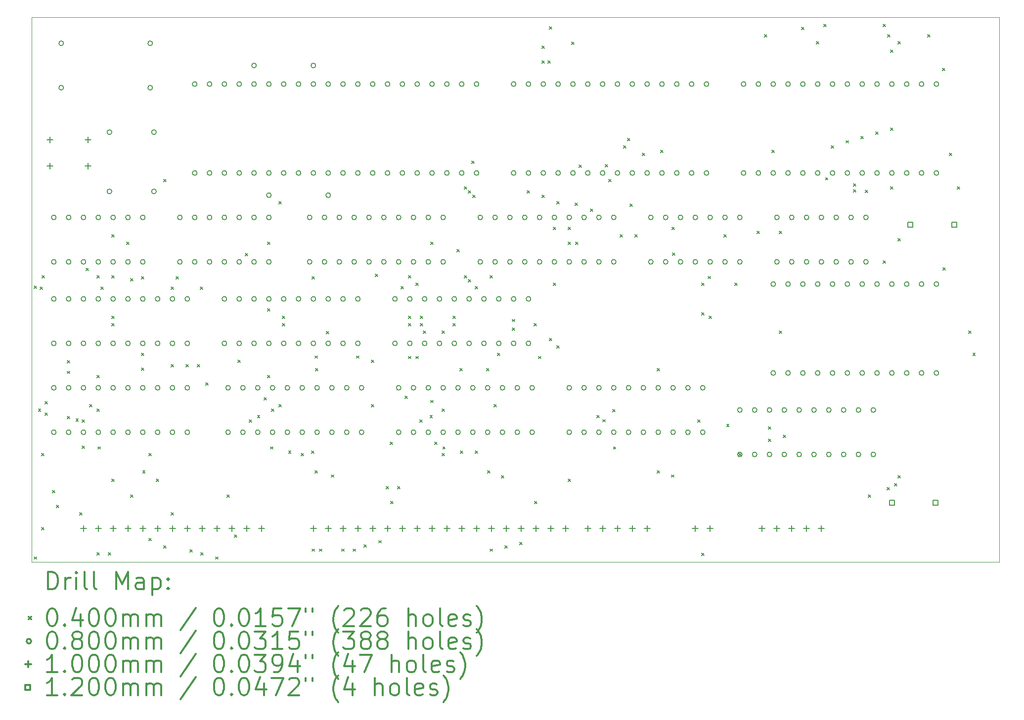
<source format=gbr>
%FSLAX45Y45*%
G04 Gerber Fmt 4.5, Leading zero omitted, Abs format (unit mm)*
G04 Created by KiCad (PCBNEW 5.1.12-84ad8e8a86~92~ubuntu18.04.1) date 2022-01-22 16:22:56*
%MOMM*%
%LPD*%
G01*
G04 APERTURE LIST*
%TA.AperFunction,Profile*%
%ADD10C,0.100000*%
%TD*%
%ADD11C,0.200000*%
%ADD12C,0.300000*%
G04 APERTURE END LIST*
D10*
X26225500Y-5334000D02*
X26225500Y-14668500D01*
X9652000Y-5334000D02*
X26225500Y-5334000D01*
X9652000Y-14668500D02*
X9652000Y-5334000D01*
X26225500Y-14668500D02*
X9652000Y-14668500D01*
D11*
X9697000Y-9940601D02*
X9737000Y-9980601D01*
X9737000Y-9940601D02*
X9697000Y-9980601D01*
X9697000Y-14583500D02*
X9737000Y-14623500D01*
X9737000Y-14583500D02*
X9697000Y-14623500D01*
X9769500Y-12045000D02*
X9809500Y-12085000D01*
X9809500Y-12045000D02*
X9769500Y-12085000D01*
X9795986Y-9958500D02*
X9835986Y-9998500D01*
X9835986Y-9958500D02*
X9795986Y-9998500D01*
X9822500Y-12807000D02*
X9862500Y-12847000D01*
X9862500Y-12807000D02*
X9822500Y-12847000D01*
X9822500Y-14077000D02*
X9862500Y-14117000D01*
X9862500Y-14077000D02*
X9822500Y-14117000D01*
X9831500Y-9759000D02*
X9871500Y-9799000D01*
X9871500Y-9759000D02*
X9831500Y-9799000D01*
X9886000Y-11918000D02*
X9926000Y-11958000D01*
X9926000Y-11918000D02*
X9886000Y-11958000D01*
X9886000Y-12117500D02*
X9926000Y-12157500D01*
X9926000Y-12117500D02*
X9886000Y-12157500D01*
X10013000Y-13442000D02*
X10053000Y-13482000D01*
X10053000Y-13442000D02*
X10013000Y-13482000D01*
X10076500Y-13696000D02*
X10116500Y-13736000D01*
X10116500Y-13696000D02*
X10076500Y-13736000D01*
X10267000Y-11219500D02*
X10307000Y-11259500D01*
X10307000Y-11219500D02*
X10267000Y-11259500D01*
X10267000Y-11401000D02*
X10307000Y-11441000D01*
X10307000Y-11401000D02*
X10267000Y-11441000D01*
X10267000Y-12172000D02*
X10307000Y-12212000D01*
X10307000Y-12172000D02*
X10267000Y-12212000D01*
X10413515Y-12215985D02*
X10453515Y-12255985D01*
X10453515Y-12215985D02*
X10413515Y-12255985D01*
X10476000Y-13823000D02*
X10516000Y-13863000D01*
X10516000Y-13823000D02*
X10476000Y-13863000D01*
X10521000Y-12235500D02*
X10561000Y-12275500D01*
X10561000Y-12235500D02*
X10521000Y-12275500D01*
X10521000Y-12680000D02*
X10561000Y-12720000D01*
X10561000Y-12680000D02*
X10521000Y-12720000D01*
X10584500Y-9632000D02*
X10624500Y-9672000D01*
X10624500Y-9632000D02*
X10584500Y-9672000D01*
X10648000Y-11972500D02*
X10688000Y-12012500D01*
X10688000Y-11972500D02*
X10648000Y-12012500D01*
X10775000Y-9759000D02*
X10815000Y-9799000D01*
X10815000Y-9759000D02*
X10775000Y-9799000D01*
X10775000Y-11473500D02*
X10815000Y-11513500D01*
X10815000Y-11473500D02*
X10775000Y-11513500D01*
X10775000Y-12045000D02*
X10815000Y-12085000D01*
X10815000Y-12045000D02*
X10775000Y-12085000D01*
X10775000Y-14511000D02*
X10815000Y-14551000D01*
X10815000Y-14511000D02*
X10775000Y-14551000D01*
X10789500Y-12694500D02*
X10829500Y-12734500D01*
X10829500Y-12694500D02*
X10789500Y-12734500D01*
X10838500Y-9958500D02*
X10878500Y-9998500D01*
X10878500Y-9958500D02*
X10838500Y-9998500D01*
X10965500Y-14511000D02*
X11005500Y-14551000D01*
X11005500Y-14511000D02*
X10965500Y-14551000D01*
X11029000Y-9060500D02*
X11069000Y-9100500D01*
X11069000Y-9060500D02*
X11029000Y-9100500D01*
X11029000Y-9759000D02*
X11069000Y-9799000D01*
X11069000Y-9759000D02*
X11029000Y-9799000D01*
X11029000Y-10457500D02*
X11069000Y-10497500D01*
X11069000Y-10457500D02*
X11029000Y-10497500D01*
X11029000Y-10584500D02*
X11069000Y-10624500D01*
X11069000Y-10584500D02*
X11029000Y-10624500D01*
X11029000Y-13251500D02*
X11069000Y-13291500D01*
X11069000Y-13251500D02*
X11029000Y-13291500D01*
X11283000Y-9187500D02*
X11323000Y-9227500D01*
X11323000Y-9187500D02*
X11283000Y-9227500D01*
X11346500Y-9813500D02*
X11386500Y-9853500D01*
X11386500Y-9813500D02*
X11346500Y-9853500D01*
X11346500Y-13523500D02*
X11386500Y-13563500D01*
X11386500Y-13523500D02*
X11346500Y-13563500D01*
X11537000Y-9780002D02*
X11577000Y-9820002D01*
X11577000Y-9780002D02*
X11537000Y-9820002D01*
X11537000Y-11092500D02*
X11577000Y-11132500D01*
X11577000Y-11092500D02*
X11537000Y-11132500D01*
X11537000Y-11346500D02*
X11577000Y-11386500D01*
X11577000Y-11346500D02*
X11537000Y-11386500D01*
X11555000Y-13106500D02*
X11595000Y-13146500D01*
X11595000Y-13106500D02*
X11555000Y-13146500D01*
X11664000Y-12807000D02*
X11704000Y-12847000D01*
X11704000Y-12807000D02*
X11664000Y-12847000D01*
X11664000Y-14267500D02*
X11704000Y-14307500D01*
X11704000Y-14267500D02*
X11664000Y-14307500D01*
X11791000Y-13251500D02*
X11831000Y-13291500D01*
X11831000Y-13251500D02*
X11791000Y-13291500D01*
X11918000Y-8108000D02*
X11958000Y-8148000D01*
X11958000Y-8108000D02*
X11918000Y-8148000D01*
X11918000Y-14394500D02*
X11958000Y-14434500D01*
X11958000Y-14394500D02*
X11918000Y-14434500D01*
X12045000Y-9958500D02*
X12085000Y-9998500D01*
X12085000Y-9958500D02*
X12045000Y-9998500D01*
X12045000Y-11283000D02*
X12085000Y-11323000D01*
X12085000Y-11283000D02*
X12045000Y-11323000D01*
X12045000Y-13823000D02*
X12085000Y-13863000D01*
X12085000Y-13823000D02*
X12045000Y-13863000D01*
X12129502Y-9780002D02*
X12169502Y-9820002D01*
X12169502Y-9780002D02*
X12129502Y-9820002D01*
X12299000Y-11283000D02*
X12339000Y-11323000D01*
X12339000Y-11283000D02*
X12299000Y-11323000D01*
X12362500Y-14458000D02*
X12402500Y-14498000D01*
X12402500Y-14458000D02*
X12362500Y-14498000D01*
X12489500Y-11283000D02*
X12529500Y-11323000D01*
X12529500Y-11283000D02*
X12489500Y-11323000D01*
X12544000Y-9958500D02*
X12584000Y-9998500D01*
X12584000Y-9958500D02*
X12544000Y-9998500D01*
X12553000Y-14511000D02*
X12593000Y-14551000D01*
X12593000Y-14511000D02*
X12553000Y-14551000D01*
X12634500Y-11600500D02*
X12674500Y-11640500D01*
X12674500Y-11600500D02*
X12634500Y-11640500D01*
X12807000Y-14583500D02*
X12847000Y-14623500D01*
X12847000Y-14583500D02*
X12807000Y-14623500D01*
X12997500Y-13523500D02*
X13037500Y-13563500D01*
X13037500Y-13523500D02*
X12997500Y-13563500D01*
X13125846Y-14206692D02*
X13165846Y-14246692D01*
X13165846Y-14206692D02*
X13125846Y-14246692D01*
X13188000Y-11210500D02*
X13228000Y-11250500D01*
X13228000Y-11210500D02*
X13188000Y-11250500D01*
X13315000Y-9378000D02*
X13355000Y-9418000D01*
X13355000Y-9378000D02*
X13315000Y-9418000D01*
X13378500Y-12235500D02*
X13418500Y-12275500D01*
X13418500Y-12235500D02*
X13378500Y-12275500D01*
X13520000Y-12157500D02*
X13560000Y-12197500D01*
X13560000Y-12157500D02*
X13520000Y-12197500D01*
X13632500Y-11854500D02*
X13672500Y-11894500D01*
X13672500Y-11854500D02*
X13632500Y-11894500D01*
X13696000Y-9187500D02*
X13736000Y-9227500D01*
X13736000Y-9187500D02*
X13696000Y-9227500D01*
X13696000Y-10330500D02*
X13736000Y-10370500D01*
X13736000Y-10330500D02*
X13696000Y-10370500D01*
X13696000Y-11473500D02*
X13736000Y-11513500D01*
X13736000Y-11473500D02*
X13696000Y-11513500D01*
X13745000Y-12694500D02*
X13785000Y-12734500D01*
X13785000Y-12694500D02*
X13745000Y-12734500D01*
X13759500Y-12045000D02*
X13799500Y-12085000D01*
X13799500Y-12045000D02*
X13759500Y-12085000D01*
X13886500Y-8489000D02*
X13926500Y-8529000D01*
X13926500Y-8489000D02*
X13886500Y-8529000D01*
X13886500Y-11972500D02*
X13926500Y-12012500D01*
X13926500Y-11972500D02*
X13886500Y-12012500D01*
X13950000Y-10457500D02*
X13990000Y-10497500D01*
X13990000Y-10457500D02*
X13950000Y-10497500D01*
X13950000Y-10584500D02*
X13990000Y-10624500D01*
X13990000Y-10584500D02*
X13950000Y-10624500D01*
X14053500Y-12767000D02*
X14093500Y-12807000D01*
X14093500Y-12767000D02*
X14053500Y-12807000D01*
X14267500Y-12807000D02*
X14307500Y-12847000D01*
X14307500Y-12807000D02*
X14267500Y-12847000D01*
X14449000Y-12767000D02*
X14489000Y-12807000D01*
X14489000Y-12767000D02*
X14449000Y-12807000D01*
X14458000Y-9780002D02*
X14498000Y-9820002D01*
X14498000Y-9780002D02*
X14458000Y-9820002D01*
X14458000Y-14449000D02*
X14498000Y-14489000D01*
X14498000Y-14449000D02*
X14458000Y-14489000D01*
X14503500Y-11138000D02*
X14543500Y-11178000D01*
X14543500Y-11138000D02*
X14503500Y-11178000D01*
X14503500Y-13106500D02*
X14543500Y-13146500D01*
X14543500Y-13106500D02*
X14503500Y-13146500D01*
X14512500Y-11355500D02*
X14552500Y-11395500D01*
X14552500Y-11355500D02*
X14512500Y-11395500D01*
X14585000Y-14449000D02*
X14625000Y-14489000D01*
X14625000Y-14449000D02*
X14585000Y-14489000D01*
X14703000Y-10720500D02*
X14743000Y-10760500D01*
X14743000Y-10720500D02*
X14703000Y-10760500D01*
X14784500Y-13179000D02*
X14824500Y-13219000D01*
X14824500Y-13179000D02*
X14784500Y-13219000D01*
X14966000Y-14449000D02*
X15006000Y-14489000D01*
X15006000Y-14449000D02*
X14966000Y-14489000D01*
X15156500Y-14449000D02*
X15196500Y-14489000D01*
X15196500Y-14449000D02*
X15156500Y-14489000D01*
X15220000Y-11138000D02*
X15260000Y-11178000D01*
X15260000Y-11138000D02*
X15220000Y-11178000D01*
X15347000Y-14376500D02*
X15387000Y-14416500D01*
X15387000Y-14376500D02*
X15347000Y-14416500D01*
X15474000Y-11210500D02*
X15514000Y-11250500D01*
X15514000Y-11210500D02*
X15474000Y-11250500D01*
X15474000Y-11972500D02*
X15514000Y-12012500D01*
X15514000Y-11972500D02*
X15474000Y-12012500D01*
X15537500Y-9735001D02*
X15577500Y-9775001D01*
X15577500Y-9735001D02*
X15537500Y-9775001D01*
X15601000Y-14304000D02*
X15641000Y-14344000D01*
X15641000Y-14304000D02*
X15601000Y-14344000D01*
X15728000Y-13378500D02*
X15768000Y-13418500D01*
X15768000Y-13378500D02*
X15728000Y-13418500D01*
X15791500Y-12616500D02*
X15831500Y-12656500D01*
X15831500Y-12616500D02*
X15791500Y-12656500D01*
X15800500Y-13632500D02*
X15840500Y-13672500D01*
X15840500Y-13632500D02*
X15800500Y-13672500D01*
X15918500Y-13378500D02*
X15958500Y-13418500D01*
X15958500Y-13378500D02*
X15918500Y-13418500D01*
X15982000Y-9949500D02*
X16022000Y-9989500D01*
X16022000Y-9949500D02*
X15982000Y-9989500D01*
X16045500Y-11827500D02*
X16085500Y-11867500D01*
X16085500Y-11827500D02*
X16045500Y-11867500D01*
X16109000Y-9759000D02*
X16149000Y-9799000D01*
X16149000Y-9759000D02*
X16109000Y-9799000D01*
X16109000Y-10457500D02*
X16149000Y-10497500D01*
X16149000Y-10457500D02*
X16109000Y-10497500D01*
X16109000Y-10584500D02*
X16149000Y-10624500D01*
X16149000Y-10584500D02*
X16109000Y-10624500D01*
X16109000Y-11147000D02*
X16149000Y-11187000D01*
X16149000Y-11147000D02*
X16109000Y-11187000D01*
X16236000Y-9886000D02*
X16276000Y-9926000D01*
X16276000Y-9886000D02*
X16236000Y-9926000D01*
X16236000Y-11147000D02*
X16276000Y-11187000D01*
X16276000Y-11147000D02*
X16236000Y-11187000D01*
X16299500Y-12235500D02*
X16339500Y-12275500D01*
X16339500Y-12235500D02*
X16299500Y-12275500D01*
X16308500Y-10457500D02*
X16348500Y-10497500D01*
X16348500Y-10457500D02*
X16308500Y-10497500D01*
X16308500Y-10584500D02*
X16348500Y-10624500D01*
X16348500Y-10584500D02*
X16308500Y-10624500D01*
X16363000Y-10711500D02*
X16403000Y-10751500D01*
X16403000Y-10711500D02*
X16363000Y-10751500D01*
X16475500Y-12157500D02*
X16515500Y-12197500D01*
X16515500Y-12157500D02*
X16475500Y-12197500D01*
X16490000Y-9187500D02*
X16530000Y-9227500D01*
X16530000Y-9187500D02*
X16490000Y-9227500D01*
X16490000Y-11900000D02*
X16530000Y-11940000D01*
X16530000Y-11900000D02*
X16490000Y-11940000D01*
X16553500Y-12616500D02*
X16593500Y-12656500D01*
X16593500Y-12616500D02*
X16553500Y-12656500D01*
X16680500Y-10711500D02*
X16720500Y-10751500D01*
X16720500Y-10711500D02*
X16680500Y-10751500D01*
X16680500Y-12045000D02*
X16720500Y-12085000D01*
X16720500Y-12045000D02*
X16680500Y-12085000D01*
X16680500Y-12807000D02*
X16720500Y-12847000D01*
X16720500Y-12807000D02*
X16680500Y-12847000D01*
X16695000Y-12694500D02*
X16735000Y-12734500D01*
X16735000Y-12694500D02*
X16695000Y-12734500D01*
X16871000Y-10457500D02*
X16911000Y-10497500D01*
X16911000Y-10457500D02*
X16871000Y-10497500D01*
X16871000Y-10584500D02*
X16911000Y-10624500D01*
X16911000Y-10584500D02*
X16871000Y-10624500D01*
X16934500Y-9314500D02*
X16974500Y-9354500D01*
X16974500Y-9314500D02*
X16934500Y-9354500D01*
X16989000Y-11355500D02*
X17029000Y-11395500D01*
X17029000Y-11355500D02*
X16989000Y-11395500D01*
X16998000Y-12767000D02*
X17038000Y-12807000D01*
X17038000Y-12767000D02*
X16998000Y-12807000D01*
X17061500Y-8235000D02*
X17101500Y-8275000D01*
X17101500Y-8235000D02*
X17061500Y-8275000D01*
X17061500Y-9759000D02*
X17101500Y-9799000D01*
X17101500Y-9759000D02*
X17061500Y-9799000D01*
X17132211Y-9829711D02*
X17172211Y-9869711D01*
X17172211Y-9829711D02*
X17132211Y-9869711D01*
X17134000Y-8307500D02*
X17174000Y-8347500D01*
X17174000Y-8307500D02*
X17134000Y-8347500D01*
X17188500Y-7799500D02*
X17228500Y-7839500D01*
X17228500Y-7799500D02*
X17188500Y-7839500D01*
X17206500Y-8380000D02*
X17246500Y-8420000D01*
X17246500Y-8380000D02*
X17206500Y-8420000D01*
X17252000Y-9949500D02*
X17292000Y-9989500D01*
X17292000Y-9949500D02*
X17252000Y-9989500D01*
X17252000Y-12767000D02*
X17292000Y-12807000D01*
X17292000Y-12767000D02*
X17252000Y-12807000D01*
X17442500Y-11355500D02*
X17482500Y-11395500D01*
X17482500Y-11355500D02*
X17442500Y-11395500D01*
X17460500Y-13106500D02*
X17500500Y-13146500D01*
X17500500Y-13106500D02*
X17460500Y-13146500D01*
X17506000Y-9759000D02*
X17546000Y-9799000D01*
X17546000Y-9759000D02*
X17506000Y-9799000D01*
X17506000Y-14449000D02*
X17546000Y-14489000D01*
X17546000Y-14449000D02*
X17506000Y-14489000D01*
X17569500Y-11972500D02*
X17609500Y-12012500D01*
X17609500Y-11972500D02*
X17569500Y-12012500D01*
X17633000Y-11092500D02*
X17673000Y-11132500D01*
X17673000Y-11092500D02*
X17633000Y-11132500D01*
X17696500Y-13188000D02*
X17736500Y-13228000D01*
X17736500Y-13188000D02*
X17696500Y-13228000D01*
X17760000Y-14394500D02*
X17800000Y-14434500D01*
X17800000Y-14394500D02*
X17760000Y-14434500D01*
X17887000Y-10512000D02*
X17927000Y-10552000D01*
X17927000Y-10512000D02*
X17887000Y-10552000D01*
X17887000Y-10657000D02*
X17927000Y-10697000D01*
X17927000Y-10657000D02*
X17887000Y-10697000D01*
X18014000Y-14331000D02*
X18054000Y-14371000D01*
X18054000Y-14331000D02*
X18014000Y-14371000D01*
X18141000Y-8307500D02*
X18181000Y-8347500D01*
X18181000Y-8307500D02*
X18141000Y-8347500D01*
X18259000Y-10584500D02*
X18299000Y-10624500D01*
X18299000Y-10584500D02*
X18259000Y-10624500D01*
X18268000Y-13632500D02*
X18308000Y-13672500D01*
X18308000Y-13632500D02*
X18268000Y-13672500D01*
X18331500Y-11147000D02*
X18371500Y-11187000D01*
X18371500Y-11147000D02*
X18331500Y-11187000D01*
X18395000Y-5822000D02*
X18435000Y-5862000D01*
X18435000Y-5822000D02*
X18395000Y-5862000D01*
X18395000Y-6076000D02*
X18435000Y-6116000D01*
X18435000Y-6076000D02*
X18395000Y-6116000D01*
X18395000Y-8380000D02*
X18435000Y-8420000D01*
X18435000Y-8380000D02*
X18395000Y-8420000D01*
X18495000Y-6076000D02*
X18535000Y-6116000D01*
X18535000Y-6076000D02*
X18495000Y-6116000D01*
X18522000Y-5495500D02*
X18562000Y-5535500D01*
X18562000Y-5495500D02*
X18522000Y-5535500D01*
X18522000Y-10838500D02*
X18562000Y-10878500D01*
X18562000Y-10838500D02*
X18522000Y-10878500D01*
X18585500Y-8933500D02*
X18625500Y-8973500D01*
X18625500Y-8933500D02*
X18585500Y-8973500D01*
X18585500Y-9886000D02*
X18625500Y-9926000D01*
X18625500Y-9886000D02*
X18585500Y-9926000D01*
X18649000Y-8489000D02*
X18689000Y-8529000D01*
X18689000Y-8489000D02*
X18649000Y-8529000D01*
X18649000Y-10965500D02*
X18689000Y-11005500D01*
X18689000Y-10965500D02*
X18649000Y-11005500D01*
X18839500Y-8933500D02*
X18879500Y-8973500D01*
X18879500Y-8933500D02*
X18839500Y-8973500D01*
X18839500Y-9187500D02*
X18879500Y-9227500D01*
X18879500Y-9187500D02*
X18839500Y-9227500D01*
X18839500Y-13251500D02*
X18879500Y-13291500D01*
X18879500Y-13251500D02*
X18839500Y-13291500D01*
X18903000Y-5758500D02*
X18943000Y-5798500D01*
X18943000Y-5758500D02*
X18903000Y-5798500D01*
X18961773Y-8518197D02*
X19001773Y-8558197D01*
X19001773Y-8518197D02*
X18961773Y-8558197D01*
X18966500Y-9187500D02*
X19006500Y-9227500D01*
X19006500Y-9187500D02*
X18966500Y-9227500D01*
X19030000Y-7863000D02*
X19070000Y-7903000D01*
X19070000Y-7863000D02*
X19030000Y-7903000D01*
X19220500Y-8616000D02*
X19260500Y-8656000D01*
X19260500Y-8616000D02*
X19220500Y-8656000D01*
X19333000Y-12157500D02*
X19373000Y-12197500D01*
X19373000Y-12157500D02*
X19333000Y-12197500D01*
X19431316Y-12230000D02*
X19471316Y-12270000D01*
X19471316Y-12230000D02*
X19431316Y-12270000D01*
X19474500Y-7854000D02*
X19514500Y-7894000D01*
X19514500Y-7854000D02*
X19474500Y-7894000D01*
X19538000Y-8108000D02*
X19578000Y-8148000D01*
X19578000Y-8108000D02*
X19538000Y-8148000D01*
X19601500Y-12054000D02*
X19641500Y-12094000D01*
X19641500Y-12054000D02*
X19601500Y-12094000D01*
X19616000Y-12694500D02*
X19656000Y-12734500D01*
X19656000Y-12694500D02*
X19616000Y-12734500D01*
X19728500Y-9060500D02*
X19768500Y-9100500D01*
X19768500Y-9060500D02*
X19728500Y-9100500D01*
X19792000Y-7536500D02*
X19832000Y-7576500D01*
X19832000Y-7536500D02*
X19792000Y-7576500D01*
X19855500Y-7409500D02*
X19895500Y-7449500D01*
X19895500Y-7409500D02*
X19855500Y-7449500D01*
X19899485Y-8532985D02*
X19939485Y-8572985D01*
X19939485Y-8532985D02*
X19899485Y-8572985D01*
X19982500Y-9060500D02*
X20022500Y-9100500D01*
X20022500Y-9060500D02*
X19982500Y-9100500D01*
X20109500Y-7663500D02*
X20149500Y-7703500D01*
X20149500Y-7663500D02*
X20109500Y-7703500D01*
X20363500Y-11355500D02*
X20403500Y-11395500D01*
X20403500Y-11355500D02*
X20363500Y-11395500D01*
X20363500Y-13106500D02*
X20403500Y-13146500D01*
X20403500Y-13106500D02*
X20363500Y-13146500D01*
X20427000Y-7609000D02*
X20467000Y-7649000D01*
X20467000Y-7609000D02*
X20427000Y-7649000D01*
X20608500Y-13179000D02*
X20648500Y-13219000D01*
X20648500Y-13179000D02*
X20608500Y-13219000D01*
X20617500Y-8933500D02*
X20657500Y-8973500D01*
X20657500Y-8933500D02*
X20617500Y-8973500D01*
X20625015Y-9370485D02*
X20665015Y-9410485D01*
X20665015Y-9370485D02*
X20625015Y-9410485D01*
X21062000Y-12235500D02*
X21102000Y-12275500D01*
X21102000Y-12235500D02*
X21062000Y-12275500D01*
X21125500Y-9886000D02*
X21165500Y-9926000D01*
X21165500Y-9886000D02*
X21125500Y-9926000D01*
X21125500Y-10394000D02*
X21165500Y-10434000D01*
X21165500Y-10394000D02*
X21125500Y-10434000D01*
X21125500Y-14521500D02*
X21165500Y-14561500D01*
X21165500Y-14521500D02*
X21125500Y-14561500D01*
X21238000Y-9773500D02*
X21278000Y-9813500D01*
X21278000Y-9773500D02*
X21238000Y-9813500D01*
X21252500Y-10457500D02*
X21292500Y-10497500D01*
X21292500Y-10457500D02*
X21252500Y-10497500D01*
X21506500Y-9060500D02*
X21546500Y-9100500D01*
X21546500Y-9060500D02*
X21506500Y-9100500D01*
X21555769Y-12309238D02*
X21595769Y-12349238D01*
X21595769Y-12309238D02*
X21555769Y-12349238D01*
X21697000Y-9886000D02*
X21737000Y-9926000D01*
X21737000Y-9886000D02*
X21697000Y-9926000D01*
X21760500Y-12807000D02*
X21800500Y-12847000D01*
X21800500Y-12807000D02*
X21760500Y-12847000D01*
X22078000Y-8997000D02*
X22118000Y-9037000D01*
X22118000Y-8997000D02*
X22078000Y-9037000D01*
X22205000Y-5631500D02*
X22245000Y-5671500D01*
X22245000Y-5631500D02*
X22205000Y-5671500D01*
X22268500Y-12353500D02*
X22308500Y-12393500D01*
X22308500Y-12353500D02*
X22268500Y-12393500D01*
X22268500Y-12562000D02*
X22308500Y-12602000D01*
X22308500Y-12562000D02*
X22268500Y-12602000D01*
X22332000Y-7609000D02*
X22372000Y-7649000D01*
X22372000Y-7609000D02*
X22332000Y-7649000D01*
X22459000Y-8997000D02*
X22499000Y-9037000D01*
X22499000Y-8997000D02*
X22459000Y-9037000D01*
X22459000Y-10711500D02*
X22499000Y-10751500D01*
X22499000Y-10711500D02*
X22459000Y-10751500D01*
X22522500Y-12498500D02*
X22562500Y-12538500D01*
X22562500Y-12498500D02*
X22522500Y-12538500D01*
X22840000Y-5504500D02*
X22880000Y-5544500D01*
X22880000Y-5504500D02*
X22840000Y-5544500D01*
X23094000Y-5749500D02*
X23134000Y-5789500D01*
X23134000Y-5749500D02*
X23094000Y-5789500D01*
X23221000Y-5450000D02*
X23261000Y-5490000D01*
X23261000Y-5450000D02*
X23221000Y-5490000D01*
X23249005Y-8079995D02*
X23289005Y-8119995D01*
X23289005Y-8079995D02*
X23249005Y-8119995D01*
X23348000Y-7536500D02*
X23388000Y-7576500D01*
X23388000Y-7536500D02*
X23348000Y-7576500D01*
X23602000Y-7445500D02*
X23642000Y-7485500D01*
X23642000Y-7445500D02*
X23602000Y-7485500D01*
X23729000Y-8189500D02*
X23769000Y-8229500D01*
X23769000Y-8189500D02*
X23729000Y-8229500D01*
X23729000Y-8289500D02*
X23769000Y-8329500D01*
X23769000Y-8289500D02*
X23729000Y-8329500D01*
X23856000Y-7373000D02*
X23896000Y-7413000D01*
X23896000Y-7373000D02*
X23856000Y-7413000D01*
X23928500Y-8298500D02*
X23968500Y-8338500D01*
X23968500Y-8298500D02*
X23928500Y-8338500D01*
X23983000Y-13523500D02*
X24023000Y-13563500D01*
X24023000Y-13523500D02*
X23983000Y-13563500D01*
X24110000Y-7300500D02*
X24150000Y-7340500D01*
X24150000Y-7300500D02*
X24110000Y-7340500D01*
X24237000Y-5450000D02*
X24277000Y-5490000D01*
X24277000Y-5450000D02*
X24237000Y-5490000D01*
X24237000Y-9505000D02*
X24277000Y-9545000D01*
X24277000Y-9505000D02*
X24237000Y-9545000D01*
X24300500Y-13396500D02*
X24340500Y-13436500D01*
X24340500Y-13396500D02*
X24300500Y-13436500D01*
X24309500Y-5631500D02*
X24349500Y-5671500D01*
X24349500Y-5631500D02*
X24309500Y-5671500D01*
X24364000Y-5894500D02*
X24404000Y-5934500D01*
X24404000Y-5894500D02*
X24364000Y-5934500D01*
X24364000Y-7228000D02*
X24404000Y-7268000D01*
X24404000Y-7228000D02*
X24364000Y-7268000D01*
X24364000Y-8235000D02*
X24404000Y-8275000D01*
X24404000Y-8235000D02*
X24364000Y-8275000D01*
X24427500Y-13324000D02*
X24467500Y-13364000D01*
X24467500Y-13324000D02*
X24427500Y-13364000D01*
X24491000Y-5749500D02*
X24531000Y-5789500D01*
X24531000Y-5749500D02*
X24491000Y-5789500D01*
X24491000Y-9124000D02*
X24531000Y-9164000D01*
X24531000Y-9124000D02*
X24491000Y-9164000D01*
X24491000Y-13188000D02*
X24531000Y-13228000D01*
X24531000Y-13188000D02*
X24491000Y-13228000D01*
X24999000Y-5631500D02*
X25039000Y-5671500D01*
X25039000Y-5631500D02*
X24999000Y-5671500D01*
X25253000Y-6203000D02*
X25293000Y-6243000D01*
X25293000Y-6203000D02*
X25253000Y-6243000D01*
X25260656Y-9624344D02*
X25300656Y-9664344D01*
X25300656Y-9624344D02*
X25260656Y-9664344D01*
X25371000Y-7663500D02*
X25411000Y-7703500D01*
X25411000Y-7663500D02*
X25371000Y-7703500D01*
X25507000Y-8235000D02*
X25547000Y-8275000D01*
X25547000Y-8235000D02*
X25507000Y-8275000D01*
X25698844Y-10711500D02*
X25738844Y-10751500D01*
X25738844Y-10711500D02*
X25698844Y-10751500D01*
X25771344Y-11092500D02*
X25811344Y-11132500D01*
X25811344Y-11092500D02*
X25771344Y-11132500D01*
X10073000Y-8763000D02*
G75*
G03*
X10073000Y-8763000I-40000J0D01*
G01*
X10073000Y-9525000D02*
G75*
G03*
X10073000Y-9525000I-40000J0D01*
G01*
X10073000Y-10160000D02*
G75*
G03*
X10073000Y-10160000I-40000J0D01*
G01*
X10073000Y-10922000D02*
G75*
G03*
X10073000Y-10922000I-40000J0D01*
G01*
X10073000Y-11684000D02*
G75*
G03*
X10073000Y-11684000I-40000J0D01*
G01*
X10073000Y-12446000D02*
G75*
G03*
X10073000Y-12446000I-40000J0D01*
G01*
X10200000Y-5778500D02*
G75*
G03*
X10200000Y-5778500I-40000J0D01*
G01*
X10200000Y-6540500D02*
G75*
G03*
X10200000Y-6540500I-40000J0D01*
G01*
X10327000Y-8763000D02*
G75*
G03*
X10327000Y-8763000I-40000J0D01*
G01*
X10327000Y-9525000D02*
G75*
G03*
X10327000Y-9525000I-40000J0D01*
G01*
X10327000Y-10160000D02*
G75*
G03*
X10327000Y-10160000I-40000J0D01*
G01*
X10327000Y-10922000D02*
G75*
G03*
X10327000Y-10922000I-40000J0D01*
G01*
X10327000Y-11684000D02*
G75*
G03*
X10327000Y-11684000I-40000J0D01*
G01*
X10327000Y-12446000D02*
G75*
G03*
X10327000Y-12446000I-40000J0D01*
G01*
X10581000Y-8763000D02*
G75*
G03*
X10581000Y-8763000I-40000J0D01*
G01*
X10581000Y-9525000D02*
G75*
G03*
X10581000Y-9525000I-40000J0D01*
G01*
X10581000Y-10160000D02*
G75*
G03*
X10581000Y-10160000I-40000J0D01*
G01*
X10581000Y-10922000D02*
G75*
G03*
X10581000Y-10922000I-40000J0D01*
G01*
X10581000Y-11684000D02*
G75*
G03*
X10581000Y-11684000I-40000J0D01*
G01*
X10581000Y-12446000D02*
G75*
G03*
X10581000Y-12446000I-40000J0D01*
G01*
X10835000Y-8763000D02*
G75*
G03*
X10835000Y-8763000I-40000J0D01*
G01*
X10835000Y-9525000D02*
G75*
G03*
X10835000Y-9525000I-40000J0D01*
G01*
X10835000Y-10160000D02*
G75*
G03*
X10835000Y-10160000I-40000J0D01*
G01*
X10835000Y-10922000D02*
G75*
G03*
X10835000Y-10922000I-40000J0D01*
G01*
X10835000Y-11684000D02*
G75*
G03*
X10835000Y-11684000I-40000J0D01*
G01*
X10835000Y-12446000D02*
G75*
G03*
X10835000Y-12446000I-40000J0D01*
G01*
X11025500Y-7302500D02*
G75*
G03*
X11025500Y-7302500I-40000J0D01*
G01*
X11025500Y-8318500D02*
G75*
G03*
X11025500Y-8318500I-40000J0D01*
G01*
X11089000Y-8763000D02*
G75*
G03*
X11089000Y-8763000I-40000J0D01*
G01*
X11089000Y-9525000D02*
G75*
G03*
X11089000Y-9525000I-40000J0D01*
G01*
X11089000Y-10160000D02*
G75*
G03*
X11089000Y-10160000I-40000J0D01*
G01*
X11089000Y-10922000D02*
G75*
G03*
X11089000Y-10922000I-40000J0D01*
G01*
X11089000Y-11684000D02*
G75*
G03*
X11089000Y-11684000I-40000J0D01*
G01*
X11089000Y-12446000D02*
G75*
G03*
X11089000Y-12446000I-40000J0D01*
G01*
X11343000Y-8763000D02*
G75*
G03*
X11343000Y-8763000I-40000J0D01*
G01*
X11343000Y-9525000D02*
G75*
G03*
X11343000Y-9525000I-40000J0D01*
G01*
X11343000Y-10160000D02*
G75*
G03*
X11343000Y-10160000I-40000J0D01*
G01*
X11343000Y-10922000D02*
G75*
G03*
X11343000Y-10922000I-40000J0D01*
G01*
X11343000Y-11684000D02*
G75*
G03*
X11343000Y-11684000I-40000J0D01*
G01*
X11343000Y-12446000D02*
G75*
G03*
X11343000Y-12446000I-40000J0D01*
G01*
X11597000Y-8763000D02*
G75*
G03*
X11597000Y-8763000I-40000J0D01*
G01*
X11597000Y-9525000D02*
G75*
G03*
X11597000Y-9525000I-40000J0D01*
G01*
X11597000Y-10160000D02*
G75*
G03*
X11597000Y-10160000I-40000J0D01*
G01*
X11597000Y-10922000D02*
G75*
G03*
X11597000Y-10922000I-40000J0D01*
G01*
X11597000Y-11684000D02*
G75*
G03*
X11597000Y-11684000I-40000J0D01*
G01*
X11597000Y-12446000D02*
G75*
G03*
X11597000Y-12446000I-40000J0D01*
G01*
X11724000Y-5778500D02*
G75*
G03*
X11724000Y-5778500I-40000J0D01*
G01*
X11724000Y-6540500D02*
G75*
G03*
X11724000Y-6540500I-40000J0D01*
G01*
X11787500Y-7302500D02*
G75*
G03*
X11787500Y-7302500I-40000J0D01*
G01*
X11787500Y-8318500D02*
G75*
G03*
X11787500Y-8318500I-40000J0D01*
G01*
X11851000Y-10160000D02*
G75*
G03*
X11851000Y-10160000I-40000J0D01*
G01*
X11851000Y-10922000D02*
G75*
G03*
X11851000Y-10922000I-40000J0D01*
G01*
X11851000Y-11684000D02*
G75*
G03*
X11851000Y-11684000I-40000J0D01*
G01*
X11851000Y-12446000D02*
G75*
G03*
X11851000Y-12446000I-40000J0D01*
G01*
X12105000Y-10160000D02*
G75*
G03*
X12105000Y-10160000I-40000J0D01*
G01*
X12105000Y-10922000D02*
G75*
G03*
X12105000Y-10922000I-40000J0D01*
G01*
X12105000Y-11684000D02*
G75*
G03*
X12105000Y-11684000I-40000J0D01*
G01*
X12105000Y-12446000D02*
G75*
G03*
X12105000Y-12446000I-40000J0D01*
G01*
X12232000Y-8763000D02*
G75*
G03*
X12232000Y-8763000I-40000J0D01*
G01*
X12232000Y-9525000D02*
G75*
G03*
X12232000Y-9525000I-40000J0D01*
G01*
X12359000Y-10160000D02*
G75*
G03*
X12359000Y-10160000I-40000J0D01*
G01*
X12359000Y-10922000D02*
G75*
G03*
X12359000Y-10922000I-40000J0D01*
G01*
X12359000Y-11684000D02*
G75*
G03*
X12359000Y-11684000I-40000J0D01*
G01*
X12359000Y-12446000D02*
G75*
G03*
X12359000Y-12446000I-40000J0D01*
G01*
X12486000Y-6477000D02*
G75*
G03*
X12486000Y-6477000I-40000J0D01*
G01*
X12486000Y-8001000D02*
G75*
G03*
X12486000Y-8001000I-40000J0D01*
G01*
X12486000Y-8763000D02*
G75*
G03*
X12486000Y-8763000I-40000J0D01*
G01*
X12486000Y-9525000D02*
G75*
G03*
X12486000Y-9525000I-40000J0D01*
G01*
X12740000Y-6477000D02*
G75*
G03*
X12740000Y-6477000I-40000J0D01*
G01*
X12740000Y-8001000D02*
G75*
G03*
X12740000Y-8001000I-40000J0D01*
G01*
X12740000Y-8763000D02*
G75*
G03*
X12740000Y-8763000I-40000J0D01*
G01*
X12740000Y-9525000D02*
G75*
G03*
X12740000Y-9525000I-40000J0D01*
G01*
X12994000Y-6477000D02*
G75*
G03*
X12994000Y-6477000I-40000J0D01*
G01*
X12994000Y-8001000D02*
G75*
G03*
X12994000Y-8001000I-40000J0D01*
G01*
X12994000Y-8763000D02*
G75*
G03*
X12994000Y-8763000I-40000J0D01*
G01*
X12994000Y-9525000D02*
G75*
G03*
X12994000Y-9525000I-40000J0D01*
G01*
X12994000Y-10160000D02*
G75*
G03*
X12994000Y-10160000I-40000J0D01*
G01*
X12994000Y-10922000D02*
G75*
G03*
X12994000Y-10922000I-40000J0D01*
G01*
X13057500Y-11684000D02*
G75*
G03*
X13057500Y-11684000I-40000J0D01*
G01*
X13057500Y-12446000D02*
G75*
G03*
X13057500Y-12446000I-40000J0D01*
G01*
X13248000Y-6477000D02*
G75*
G03*
X13248000Y-6477000I-40000J0D01*
G01*
X13248000Y-8001000D02*
G75*
G03*
X13248000Y-8001000I-40000J0D01*
G01*
X13248000Y-8763000D02*
G75*
G03*
X13248000Y-8763000I-40000J0D01*
G01*
X13248000Y-9525000D02*
G75*
G03*
X13248000Y-9525000I-40000J0D01*
G01*
X13248000Y-10160000D02*
G75*
G03*
X13248000Y-10160000I-40000J0D01*
G01*
X13248000Y-10922000D02*
G75*
G03*
X13248000Y-10922000I-40000J0D01*
G01*
X13311500Y-11684000D02*
G75*
G03*
X13311500Y-11684000I-40000J0D01*
G01*
X13311500Y-12446000D02*
G75*
G03*
X13311500Y-12446000I-40000J0D01*
G01*
X13502000Y-6159500D02*
G75*
G03*
X13502000Y-6159500I-40000J0D01*
G01*
X13502000Y-6477000D02*
G75*
G03*
X13502000Y-6477000I-40000J0D01*
G01*
X13502000Y-8001000D02*
G75*
G03*
X13502000Y-8001000I-40000J0D01*
G01*
X13502000Y-8763000D02*
G75*
G03*
X13502000Y-8763000I-40000J0D01*
G01*
X13502000Y-9525000D02*
G75*
G03*
X13502000Y-9525000I-40000J0D01*
G01*
X13502000Y-10160000D02*
G75*
G03*
X13502000Y-10160000I-40000J0D01*
G01*
X13502000Y-10922000D02*
G75*
G03*
X13502000Y-10922000I-40000J0D01*
G01*
X13565500Y-11684000D02*
G75*
G03*
X13565500Y-11684000I-40000J0D01*
G01*
X13565500Y-12446000D02*
G75*
G03*
X13565500Y-12446000I-40000J0D01*
G01*
X13756000Y-6477000D02*
G75*
G03*
X13756000Y-6477000I-40000J0D01*
G01*
X13756000Y-8001000D02*
G75*
G03*
X13756000Y-8001000I-40000J0D01*
G01*
X13756000Y-8382000D02*
G75*
G03*
X13756000Y-8382000I-40000J0D01*
G01*
X13756000Y-8763000D02*
G75*
G03*
X13756000Y-8763000I-40000J0D01*
G01*
X13756000Y-9525000D02*
G75*
G03*
X13756000Y-9525000I-40000J0D01*
G01*
X13756000Y-10160000D02*
G75*
G03*
X13756000Y-10160000I-40000J0D01*
G01*
X13756000Y-10922000D02*
G75*
G03*
X13756000Y-10922000I-40000J0D01*
G01*
X13819500Y-11684000D02*
G75*
G03*
X13819500Y-11684000I-40000J0D01*
G01*
X13819500Y-12446000D02*
G75*
G03*
X13819500Y-12446000I-40000J0D01*
G01*
X14010000Y-6477000D02*
G75*
G03*
X14010000Y-6477000I-40000J0D01*
G01*
X14010000Y-8001000D02*
G75*
G03*
X14010000Y-8001000I-40000J0D01*
G01*
X14010000Y-10160000D02*
G75*
G03*
X14010000Y-10160000I-40000J0D01*
G01*
X14010000Y-10922000D02*
G75*
G03*
X14010000Y-10922000I-40000J0D01*
G01*
X14073500Y-11684000D02*
G75*
G03*
X14073500Y-11684000I-40000J0D01*
G01*
X14073500Y-12446000D02*
G75*
G03*
X14073500Y-12446000I-40000J0D01*
G01*
X14264000Y-6477000D02*
G75*
G03*
X14264000Y-6477000I-40000J0D01*
G01*
X14264000Y-8001000D02*
G75*
G03*
X14264000Y-8001000I-40000J0D01*
G01*
X14264000Y-10160000D02*
G75*
G03*
X14264000Y-10160000I-40000J0D01*
G01*
X14264000Y-10922000D02*
G75*
G03*
X14264000Y-10922000I-40000J0D01*
G01*
X14327500Y-11684000D02*
G75*
G03*
X14327500Y-11684000I-40000J0D01*
G01*
X14327500Y-12446000D02*
G75*
G03*
X14327500Y-12446000I-40000J0D01*
G01*
X14454500Y-8763000D02*
G75*
G03*
X14454500Y-8763000I-40000J0D01*
G01*
X14454500Y-9525000D02*
G75*
G03*
X14454500Y-9525000I-40000J0D01*
G01*
X14518000Y-6159500D02*
G75*
G03*
X14518000Y-6159500I-40000J0D01*
G01*
X14518000Y-6477000D02*
G75*
G03*
X14518000Y-6477000I-40000J0D01*
G01*
X14518000Y-8001000D02*
G75*
G03*
X14518000Y-8001000I-40000J0D01*
G01*
X14518000Y-10160000D02*
G75*
G03*
X14518000Y-10160000I-40000J0D01*
G01*
X14518000Y-10922000D02*
G75*
G03*
X14518000Y-10922000I-40000J0D01*
G01*
X14581500Y-11684000D02*
G75*
G03*
X14581500Y-11684000I-40000J0D01*
G01*
X14581500Y-12446000D02*
G75*
G03*
X14581500Y-12446000I-40000J0D01*
G01*
X14708500Y-8763000D02*
G75*
G03*
X14708500Y-8763000I-40000J0D01*
G01*
X14708500Y-9525000D02*
G75*
G03*
X14708500Y-9525000I-40000J0D01*
G01*
X14772000Y-6477000D02*
G75*
G03*
X14772000Y-6477000I-40000J0D01*
G01*
X14772000Y-8001000D02*
G75*
G03*
X14772000Y-8001000I-40000J0D01*
G01*
X14772000Y-8382000D02*
G75*
G03*
X14772000Y-8382000I-40000J0D01*
G01*
X14772000Y-10160000D02*
G75*
G03*
X14772000Y-10160000I-40000J0D01*
G01*
X14772000Y-10922000D02*
G75*
G03*
X14772000Y-10922000I-40000J0D01*
G01*
X14835500Y-11684000D02*
G75*
G03*
X14835500Y-11684000I-40000J0D01*
G01*
X14835500Y-12446000D02*
G75*
G03*
X14835500Y-12446000I-40000J0D01*
G01*
X14962500Y-8763000D02*
G75*
G03*
X14962500Y-8763000I-40000J0D01*
G01*
X14962500Y-9525000D02*
G75*
G03*
X14962500Y-9525000I-40000J0D01*
G01*
X15026000Y-6477000D02*
G75*
G03*
X15026000Y-6477000I-40000J0D01*
G01*
X15026000Y-8001000D02*
G75*
G03*
X15026000Y-8001000I-40000J0D01*
G01*
X15026000Y-10160000D02*
G75*
G03*
X15026000Y-10160000I-40000J0D01*
G01*
X15026000Y-10922000D02*
G75*
G03*
X15026000Y-10922000I-40000J0D01*
G01*
X15089500Y-11684000D02*
G75*
G03*
X15089500Y-11684000I-40000J0D01*
G01*
X15089500Y-12446000D02*
G75*
G03*
X15089500Y-12446000I-40000J0D01*
G01*
X15216500Y-8763000D02*
G75*
G03*
X15216500Y-8763000I-40000J0D01*
G01*
X15216500Y-9525000D02*
G75*
G03*
X15216500Y-9525000I-40000J0D01*
G01*
X15280000Y-6477000D02*
G75*
G03*
X15280000Y-6477000I-40000J0D01*
G01*
X15280000Y-8001000D02*
G75*
G03*
X15280000Y-8001000I-40000J0D01*
G01*
X15280000Y-10160000D02*
G75*
G03*
X15280000Y-10160000I-40000J0D01*
G01*
X15280000Y-10922000D02*
G75*
G03*
X15280000Y-10922000I-40000J0D01*
G01*
X15343500Y-11684000D02*
G75*
G03*
X15343500Y-11684000I-40000J0D01*
G01*
X15343500Y-12446000D02*
G75*
G03*
X15343500Y-12446000I-40000J0D01*
G01*
X15470500Y-8763000D02*
G75*
G03*
X15470500Y-8763000I-40000J0D01*
G01*
X15470500Y-9525000D02*
G75*
G03*
X15470500Y-9525000I-40000J0D01*
G01*
X15534000Y-6477000D02*
G75*
G03*
X15534000Y-6477000I-40000J0D01*
G01*
X15534000Y-8001000D02*
G75*
G03*
X15534000Y-8001000I-40000J0D01*
G01*
X15724500Y-8763000D02*
G75*
G03*
X15724500Y-8763000I-40000J0D01*
G01*
X15724500Y-9525000D02*
G75*
G03*
X15724500Y-9525000I-40000J0D01*
G01*
X15788000Y-6477000D02*
G75*
G03*
X15788000Y-6477000I-40000J0D01*
G01*
X15788000Y-8001000D02*
G75*
G03*
X15788000Y-8001000I-40000J0D01*
G01*
X15915000Y-10160000D02*
G75*
G03*
X15915000Y-10160000I-40000J0D01*
G01*
X15915000Y-10922000D02*
G75*
G03*
X15915000Y-10922000I-40000J0D01*
G01*
X15978500Y-8763000D02*
G75*
G03*
X15978500Y-8763000I-40000J0D01*
G01*
X15978500Y-9525000D02*
G75*
G03*
X15978500Y-9525000I-40000J0D01*
G01*
X15978500Y-11684000D02*
G75*
G03*
X15978500Y-11684000I-40000J0D01*
G01*
X15978500Y-12446000D02*
G75*
G03*
X15978500Y-12446000I-40000J0D01*
G01*
X16042000Y-6477000D02*
G75*
G03*
X16042000Y-6477000I-40000J0D01*
G01*
X16042000Y-8001000D02*
G75*
G03*
X16042000Y-8001000I-40000J0D01*
G01*
X16169000Y-10160000D02*
G75*
G03*
X16169000Y-10160000I-40000J0D01*
G01*
X16169000Y-10922000D02*
G75*
G03*
X16169000Y-10922000I-40000J0D01*
G01*
X16232500Y-8763000D02*
G75*
G03*
X16232500Y-8763000I-40000J0D01*
G01*
X16232500Y-9525000D02*
G75*
G03*
X16232500Y-9525000I-40000J0D01*
G01*
X16232500Y-11684000D02*
G75*
G03*
X16232500Y-11684000I-40000J0D01*
G01*
X16232500Y-12446000D02*
G75*
G03*
X16232500Y-12446000I-40000J0D01*
G01*
X16296000Y-6477000D02*
G75*
G03*
X16296000Y-6477000I-40000J0D01*
G01*
X16296000Y-8001000D02*
G75*
G03*
X16296000Y-8001000I-40000J0D01*
G01*
X16423000Y-10160000D02*
G75*
G03*
X16423000Y-10160000I-40000J0D01*
G01*
X16423000Y-10922000D02*
G75*
G03*
X16423000Y-10922000I-40000J0D01*
G01*
X16486500Y-8763000D02*
G75*
G03*
X16486500Y-8763000I-40000J0D01*
G01*
X16486500Y-9525000D02*
G75*
G03*
X16486500Y-9525000I-40000J0D01*
G01*
X16486500Y-11684000D02*
G75*
G03*
X16486500Y-11684000I-40000J0D01*
G01*
X16486500Y-12446000D02*
G75*
G03*
X16486500Y-12446000I-40000J0D01*
G01*
X16550000Y-6477000D02*
G75*
G03*
X16550000Y-6477000I-40000J0D01*
G01*
X16550000Y-8001000D02*
G75*
G03*
X16550000Y-8001000I-40000J0D01*
G01*
X16677000Y-10160000D02*
G75*
G03*
X16677000Y-10160000I-40000J0D01*
G01*
X16677000Y-10922000D02*
G75*
G03*
X16677000Y-10922000I-40000J0D01*
G01*
X16740500Y-8763000D02*
G75*
G03*
X16740500Y-8763000I-40000J0D01*
G01*
X16740500Y-9525000D02*
G75*
G03*
X16740500Y-9525000I-40000J0D01*
G01*
X16740500Y-11684000D02*
G75*
G03*
X16740500Y-11684000I-40000J0D01*
G01*
X16740500Y-12446000D02*
G75*
G03*
X16740500Y-12446000I-40000J0D01*
G01*
X16804000Y-6477000D02*
G75*
G03*
X16804000Y-6477000I-40000J0D01*
G01*
X16804000Y-8001000D02*
G75*
G03*
X16804000Y-8001000I-40000J0D01*
G01*
X16931000Y-10160000D02*
G75*
G03*
X16931000Y-10160000I-40000J0D01*
G01*
X16931000Y-10922000D02*
G75*
G03*
X16931000Y-10922000I-40000J0D01*
G01*
X16994500Y-11684000D02*
G75*
G03*
X16994500Y-11684000I-40000J0D01*
G01*
X16994500Y-12446000D02*
G75*
G03*
X16994500Y-12446000I-40000J0D01*
G01*
X17058000Y-6477000D02*
G75*
G03*
X17058000Y-6477000I-40000J0D01*
G01*
X17058000Y-8001000D02*
G75*
G03*
X17058000Y-8001000I-40000J0D01*
G01*
X17185000Y-10160000D02*
G75*
G03*
X17185000Y-10160000I-40000J0D01*
G01*
X17185000Y-10922000D02*
G75*
G03*
X17185000Y-10922000I-40000J0D01*
G01*
X17248500Y-11684000D02*
G75*
G03*
X17248500Y-11684000I-40000J0D01*
G01*
X17248500Y-12446000D02*
G75*
G03*
X17248500Y-12446000I-40000J0D01*
G01*
X17312000Y-6477000D02*
G75*
G03*
X17312000Y-6477000I-40000J0D01*
G01*
X17312000Y-8001000D02*
G75*
G03*
X17312000Y-8001000I-40000J0D01*
G01*
X17375500Y-8763000D02*
G75*
G03*
X17375500Y-8763000I-40000J0D01*
G01*
X17375500Y-9525000D02*
G75*
G03*
X17375500Y-9525000I-40000J0D01*
G01*
X17439000Y-10160000D02*
G75*
G03*
X17439000Y-10160000I-40000J0D01*
G01*
X17439000Y-10922000D02*
G75*
G03*
X17439000Y-10922000I-40000J0D01*
G01*
X17502500Y-11684000D02*
G75*
G03*
X17502500Y-11684000I-40000J0D01*
G01*
X17502500Y-12446000D02*
G75*
G03*
X17502500Y-12446000I-40000J0D01*
G01*
X17629500Y-8763000D02*
G75*
G03*
X17629500Y-8763000I-40000J0D01*
G01*
X17629500Y-9525000D02*
G75*
G03*
X17629500Y-9525000I-40000J0D01*
G01*
X17693000Y-10160000D02*
G75*
G03*
X17693000Y-10160000I-40000J0D01*
G01*
X17693000Y-10922000D02*
G75*
G03*
X17693000Y-10922000I-40000J0D01*
G01*
X17756500Y-11684000D02*
G75*
G03*
X17756500Y-11684000I-40000J0D01*
G01*
X17756500Y-12446000D02*
G75*
G03*
X17756500Y-12446000I-40000J0D01*
G01*
X17883500Y-8763000D02*
G75*
G03*
X17883500Y-8763000I-40000J0D01*
G01*
X17883500Y-9525000D02*
G75*
G03*
X17883500Y-9525000I-40000J0D01*
G01*
X17947000Y-6477000D02*
G75*
G03*
X17947000Y-6477000I-40000J0D01*
G01*
X17947000Y-8001000D02*
G75*
G03*
X17947000Y-8001000I-40000J0D01*
G01*
X17947000Y-10160000D02*
G75*
G03*
X17947000Y-10160000I-40000J0D01*
G01*
X17947000Y-10922000D02*
G75*
G03*
X17947000Y-10922000I-40000J0D01*
G01*
X18010500Y-11684000D02*
G75*
G03*
X18010500Y-11684000I-40000J0D01*
G01*
X18010500Y-12446000D02*
G75*
G03*
X18010500Y-12446000I-40000J0D01*
G01*
X18137500Y-8763000D02*
G75*
G03*
X18137500Y-8763000I-40000J0D01*
G01*
X18137500Y-9525000D02*
G75*
G03*
X18137500Y-9525000I-40000J0D01*
G01*
X18201000Y-6477000D02*
G75*
G03*
X18201000Y-6477000I-40000J0D01*
G01*
X18201000Y-8001000D02*
G75*
G03*
X18201000Y-8001000I-40000J0D01*
G01*
X18201000Y-10160000D02*
G75*
G03*
X18201000Y-10160000I-40000J0D01*
G01*
X18201000Y-10922000D02*
G75*
G03*
X18201000Y-10922000I-40000J0D01*
G01*
X18264500Y-11684000D02*
G75*
G03*
X18264500Y-11684000I-40000J0D01*
G01*
X18264500Y-12446000D02*
G75*
G03*
X18264500Y-12446000I-40000J0D01*
G01*
X18391500Y-8763000D02*
G75*
G03*
X18391500Y-8763000I-40000J0D01*
G01*
X18391500Y-9525000D02*
G75*
G03*
X18391500Y-9525000I-40000J0D01*
G01*
X18455000Y-6477000D02*
G75*
G03*
X18455000Y-6477000I-40000J0D01*
G01*
X18455000Y-8001000D02*
G75*
G03*
X18455000Y-8001000I-40000J0D01*
G01*
X18645500Y-8763000D02*
G75*
G03*
X18645500Y-8763000I-40000J0D01*
G01*
X18645500Y-9525000D02*
G75*
G03*
X18645500Y-9525000I-40000J0D01*
G01*
X18709000Y-6477000D02*
G75*
G03*
X18709000Y-6477000I-40000J0D01*
G01*
X18709000Y-8001000D02*
G75*
G03*
X18709000Y-8001000I-40000J0D01*
G01*
X18899500Y-8763000D02*
G75*
G03*
X18899500Y-8763000I-40000J0D01*
G01*
X18899500Y-9525000D02*
G75*
G03*
X18899500Y-9525000I-40000J0D01*
G01*
X18899500Y-11684000D02*
G75*
G03*
X18899500Y-11684000I-40000J0D01*
G01*
X18899500Y-12446000D02*
G75*
G03*
X18899500Y-12446000I-40000J0D01*
G01*
X18963000Y-6477000D02*
G75*
G03*
X18963000Y-6477000I-40000J0D01*
G01*
X18963000Y-8001000D02*
G75*
G03*
X18963000Y-8001000I-40000J0D01*
G01*
X19153500Y-8763000D02*
G75*
G03*
X19153500Y-8763000I-40000J0D01*
G01*
X19153500Y-9525000D02*
G75*
G03*
X19153500Y-9525000I-40000J0D01*
G01*
X19153500Y-11684000D02*
G75*
G03*
X19153500Y-11684000I-40000J0D01*
G01*
X19153500Y-12446000D02*
G75*
G03*
X19153500Y-12446000I-40000J0D01*
G01*
X19217000Y-6477000D02*
G75*
G03*
X19217000Y-6477000I-40000J0D01*
G01*
X19217000Y-8001000D02*
G75*
G03*
X19217000Y-8001000I-40000J0D01*
G01*
X19407500Y-8763000D02*
G75*
G03*
X19407500Y-8763000I-40000J0D01*
G01*
X19407500Y-9525000D02*
G75*
G03*
X19407500Y-9525000I-40000J0D01*
G01*
X19407500Y-11684000D02*
G75*
G03*
X19407500Y-11684000I-40000J0D01*
G01*
X19407500Y-12446000D02*
G75*
G03*
X19407500Y-12446000I-40000J0D01*
G01*
X19471000Y-6477000D02*
G75*
G03*
X19471000Y-6477000I-40000J0D01*
G01*
X19471000Y-8001000D02*
G75*
G03*
X19471000Y-8001000I-40000J0D01*
G01*
X19661500Y-8763000D02*
G75*
G03*
X19661500Y-8763000I-40000J0D01*
G01*
X19661500Y-9525000D02*
G75*
G03*
X19661500Y-9525000I-40000J0D01*
G01*
X19661500Y-11684000D02*
G75*
G03*
X19661500Y-11684000I-40000J0D01*
G01*
X19661500Y-12446000D02*
G75*
G03*
X19661500Y-12446000I-40000J0D01*
G01*
X19725000Y-6477000D02*
G75*
G03*
X19725000Y-6477000I-40000J0D01*
G01*
X19725000Y-8001000D02*
G75*
G03*
X19725000Y-8001000I-40000J0D01*
G01*
X19915500Y-11684000D02*
G75*
G03*
X19915500Y-11684000I-40000J0D01*
G01*
X19915500Y-12446000D02*
G75*
G03*
X19915500Y-12446000I-40000J0D01*
G01*
X19979000Y-6477000D02*
G75*
G03*
X19979000Y-6477000I-40000J0D01*
G01*
X19979000Y-8001000D02*
G75*
G03*
X19979000Y-8001000I-40000J0D01*
G01*
X20169500Y-11684000D02*
G75*
G03*
X20169500Y-11684000I-40000J0D01*
G01*
X20169500Y-12446000D02*
G75*
G03*
X20169500Y-12446000I-40000J0D01*
G01*
X20233000Y-6477000D02*
G75*
G03*
X20233000Y-6477000I-40000J0D01*
G01*
X20233000Y-8001000D02*
G75*
G03*
X20233000Y-8001000I-40000J0D01*
G01*
X20296500Y-8763000D02*
G75*
G03*
X20296500Y-8763000I-40000J0D01*
G01*
X20296500Y-9525000D02*
G75*
G03*
X20296500Y-9525000I-40000J0D01*
G01*
X20423500Y-11684000D02*
G75*
G03*
X20423500Y-11684000I-40000J0D01*
G01*
X20423500Y-12446000D02*
G75*
G03*
X20423500Y-12446000I-40000J0D01*
G01*
X20487000Y-6477000D02*
G75*
G03*
X20487000Y-6477000I-40000J0D01*
G01*
X20487000Y-8001000D02*
G75*
G03*
X20487000Y-8001000I-40000J0D01*
G01*
X20550500Y-8763000D02*
G75*
G03*
X20550500Y-8763000I-40000J0D01*
G01*
X20550500Y-9525000D02*
G75*
G03*
X20550500Y-9525000I-40000J0D01*
G01*
X20677500Y-11684000D02*
G75*
G03*
X20677500Y-11684000I-40000J0D01*
G01*
X20677500Y-12446000D02*
G75*
G03*
X20677500Y-12446000I-40000J0D01*
G01*
X20741000Y-6477000D02*
G75*
G03*
X20741000Y-6477000I-40000J0D01*
G01*
X20741000Y-8001000D02*
G75*
G03*
X20741000Y-8001000I-40000J0D01*
G01*
X20804500Y-8763000D02*
G75*
G03*
X20804500Y-8763000I-40000J0D01*
G01*
X20804500Y-9525000D02*
G75*
G03*
X20804500Y-9525000I-40000J0D01*
G01*
X20931500Y-11684000D02*
G75*
G03*
X20931500Y-11684000I-40000J0D01*
G01*
X20931500Y-12446000D02*
G75*
G03*
X20931500Y-12446000I-40000J0D01*
G01*
X20995000Y-6477000D02*
G75*
G03*
X20995000Y-6477000I-40000J0D01*
G01*
X20995000Y-8001000D02*
G75*
G03*
X20995000Y-8001000I-40000J0D01*
G01*
X21058500Y-8763000D02*
G75*
G03*
X21058500Y-8763000I-40000J0D01*
G01*
X21058500Y-9525000D02*
G75*
G03*
X21058500Y-9525000I-40000J0D01*
G01*
X21185500Y-11684000D02*
G75*
G03*
X21185500Y-11684000I-40000J0D01*
G01*
X21185500Y-12446000D02*
G75*
G03*
X21185500Y-12446000I-40000J0D01*
G01*
X21249000Y-6477000D02*
G75*
G03*
X21249000Y-6477000I-40000J0D01*
G01*
X21249000Y-8001000D02*
G75*
G03*
X21249000Y-8001000I-40000J0D01*
G01*
X21312500Y-8763000D02*
G75*
G03*
X21312500Y-8763000I-40000J0D01*
G01*
X21312500Y-9525000D02*
G75*
G03*
X21312500Y-9525000I-40000J0D01*
G01*
X21566500Y-8763000D02*
G75*
G03*
X21566500Y-8763000I-40000J0D01*
G01*
X21566500Y-9525000D02*
G75*
G03*
X21566500Y-9525000I-40000J0D01*
G01*
X21820500Y-8763000D02*
G75*
G03*
X21820500Y-8763000I-40000J0D01*
G01*
X21820500Y-9525000D02*
G75*
G03*
X21820500Y-9525000I-40000J0D01*
G01*
X21820500Y-12065000D02*
G75*
G03*
X21820500Y-12065000I-40000J0D01*
G01*
X21820500Y-12827000D02*
G75*
G03*
X21820500Y-12827000I-40000J0D01*
G01*
X21884000Y-6477000D02*
G75*
G03*
X21884000Y-6477000I-40000J0D01*
G01*
X21884000Y-8001000D02*
G75*
G03*
X21884000Y-8001000I-40000J0D01*
G01*
X22074500Y-12065000D02*
G75*
G03*
X22074500Y-12065000I-40000J0D01*
G01*
X22074500Y-12827000D02*
G75*
G03*
X22074500Y-12827000I-40000J0D01*
G01*
X22138000Y-6477000D02*
G75*
G03*
X22138000Y-6477000I-40000J0D01*
G01*
X22138000Y-8001000D02*
G75*
G03*
X22138000Y-8001000I-40000J0D01*
G01*
X22328500Y-12065000D02*
G75*
G03*
X22328500Y-12065000I-40000J0D01*
G01*
X22328500Y-12827000D02*
G75*
G03*
X22328500Y-12827000I-40000J0D01*
G01*
X22392000Y-6477000D02*
G75*
G03*
X22392000Y-6477000I-40000J0D01*
G01*
X22392000Y-8001000D02*
G75*
G03*
X22392000Y-8001000I-40000J0D01*
G01*
X22392000Y-9906000D02*
G75*
G03*
X22392000Y-9906000I-40000J0D01*
G01*
X22392000Y-11430000D02*
G75*
G03*
X22392000Y-11430000I-40000J0D01*
G01*
X22455500Y-8763000D02*
G75*
G03*
X22455500Y-8763000I-40000J0D01*
G01*
X22455500Y-9525000D02*
G75*
G03*
X22455500Y-9525000I-40000J0D01*
G01*
X22582500Y-12065000D02*
G75*
G03*
X22582500Y-12065000I-40000J0D01*
G01*
X22582500Y-12827000D02*
G75*
G03*
X22582500Y-12827000I-40000J0D01*
G01*
X22646000Y-6477000D02*
G75*
G03*
X22646000Y-6477000I-40000J0D01*
G01*
X22646000Y-8001000D02*
G75*
G03*
X22646000Y-8001000I-40000J0D01*
G01*
X22646000Y-9906000D02*
G75*
G03*
X22646000Y-9906000I-40000J0D01*
G01*
X22646000Y-11430000D02*
G75*
G03*
X22646000Y-11430000I-40000J0D01*
G01*
X22709500Y-8763000D02*
G75*
G03*
X22709500Y-8763000I-40000J0D01*
G01*
X22709500Y-9525000D02*
G75*
G03*
X22709500Y-9525000I-40000J0D01*
G01*
X22836500Y-12065000D02*
G75*
G03*
X22836500Y-12065000I-40000J0D01*
G01*
X22836500Y-12827000D02*
G75*
G03*
X22836500Y-12827000I-40000J0D01*
G01*
X22900000Y-6477000D02*
G75*
G03*
X22900000Y-6477000I-40000J0D01*
G01*
X22900000Y-8001000D02*
G75*
G03*
X22900000Y-8001000I-40000J0D01*
G01*
X22900000Y-9906000D02*
G75*
G03*
X22900000Y-9906000I-40000J0D01*
G01*
X22900000Y-11430000D02*
G75*
G03*
X22900000Y-11430000I-40000J0D01*
G01*
X22963500Y-8763000D02*
G75*
G03*
X22963500Y-8763000I-40000J0D01*
G01*
X22963500Y-9525000D02*
G75*
G03*
X22963500Y-9525000I-40000J0D01*
G01*
X23090500Y-12065000D02*
G75*
G03*
X23090500Y-12065000I-40000J0D01*
G01*
X23090500Y-12827000D02*
G75*
G03*
X23090500Y-12827000I-40000J0D01*
G01*
X23154000Y-6477000D02*
G75*
G03*
X23154000Y-6477000I-40000J0D01*
G01*
X23154000Y-8001000D02*
G75*
G03*
X23154000Y-8001000I-40000J0D01*
G01*
X23154000Y-9906000D02*
G75*
G03*
X23154000Y-9906000I-40000J0D01*
G01*
X23154000Y-11430000D02*
G75*
G03*
X23154000Y-11430000I-40000J0D01*
G01*
X23217500Y-8763000D02*
G75*
G03*
X23217500Y-8763000I-40000J0D01*
G01*
X23217500Y-9525000D02*
G75*
G03*
X23217500Y-9525000I-40000J0D01*
G01*
X23344500Y-12065000D02*
G75*
G03*
X23344500Y-12065000I-40000J0D01*
G01*
X23344500Y-12827000D02*
G75*
G03*
X23344500Y-12827000I-40000J0D01*
G01*
X23408000Y-6477000D02*
G75*
G03*
X23408000Y-6477000I-40000J0D01*
G01*
X23408000Y-8001000D02*
G75*
G03*
X23408000Y-8001000I-40000J0D01*
G01*
X23408000Y-9906000D02*
G75*
G03*
X23408000Y-9906000I-40000J0D01*
G01*
X23408000Y-11430000D02*
G75*
G03*
X23408000Y-11430000I-40000J0D01*
G01*
X23471500Y-8763000D02*
G75*
G03*
X23471500Y-8763000I-40000J0D01*
G01*
X23471500Y-9525000D02*
G75*
G03*
X23471500Y-9525000I-40000J0D01*
G01*
X23598500Y-12065000D02*
G75*
G03*
X23598500Y-12065000I-40000J0D01*
G01*
X23598500Y-12827000D02*
G75*
G03*
X23598500Y-12827000I-40000J0D01*
G01*
X23662000Y-6477000D02*
G75*
G03*
X23662000Y-6477000I-40000J0D01*
G01*
X23662000Y-8001000D02*
G75*
G03*
X23662000Y-8001000I-40000J0D01*
G01*
X23662000Y-9906000D02*
G75*
G03*
X23662000Y-9906000I-40000J0D01*
G01*
X23662000Y-11430000D02*
G75*
G03*
X23662000Y-11430000I-40000J0D01*
G01*
X23725500Y-8763000D02*
G75*
G03*
X23725500Y-8763000I-40000J0D01*
G01*
X23725500Y-9525000D02*
G75*
G03*
X23725500Y-9525000I-40000J0D01*
G01*
X23852500Y-12065000D02*
G75*
G03*
X23852500Y-12065000I-40000J0D01*
G01*
X23852500Y-12827000D02*
G75*
G03*
X23852500Y-12827000I-40000J0D01*
G01*
X23916000Y-6477000D02*
G75*
G03*
X23916000Y-6477000I-40000J0D01*
G01*
X23916000Y-8001000D02*
G75*
G03*
X23916000Y-8001000I-40000J0D01*
G01*
X23916000Y-9906000D02*
G75*
G03*
X23916000Y-9906000I-40000J0D01*
G01*
X23916000Y-11430000D02*
G75*
G03*
X23916000Y-11430000I-40000J0D01*
G01*
X23979500Y-8763000D02*
G75*
G03*
X23979500Y-8763000I-40000J0D01*
G01*
X23979500Y-9525000D02*
G75*
G03*
X23979500Y-9525000I-40000J0D01*
G01*
X24106500Y-12065000D02*
G75*
G03*
X24106500Y-12065000I-40000J0D01*
G01*
X24106500Y-12827000D02*
G75*
G03*
X24106500Y-12827000I-40000J0D01*
G01*
X24170000Y-6477000D02*
G75*
G03*
X24170000Y-6477000I-40000J0D01*
G01*
X24170000Y-8001000D02*
G75*
G03*
X24170000Y-8001000I-40000J0D01*
G01*
X24170000Y-9906000D02*
G75*
G03*
X24170000Y-9906000I-40000J0D01*
G01*
X24170000Y-11430000D02*
G75*
G03*
X24170000Y-11430000I-40000J0D01*
G01*
X24424000Y-6477000D02*
G75*
G03*
X24424000Y-6477000I-40000J0D01*
G01*
X24424000Y-8001000D02*
G75*
G03*
X24424000Y-8001000I-40000J0D01*
G01*
X24424000Y-9906000D02*
G75*
G03*
X24424000Y-9906000I-40000J0D01*
G01*
X24424000Y-11430000D02*
G75*
G03*
X24424000Y-11430000I-40000J0D01*
G01*
X24678000Y-6477000D02*
G75*
G03*
X24678000Y-6477000I-40000J0D01*
G01*
X24678000Y-8001000D02*
G75*
G03*
X24678000Y-8001000I-40000J0D01*
G01*
X24678000Y-9906000D02*
G75*
G03*
X24678000Y-9906000I-40000J0D01*
G01*
X24678000Y-11430000D02*
G75*
G03*
X24678000Y-11430000I-40000J0D01*
G01*
X24932000Y-6477000D02*
G75*
G03*
X24932000Y-6477000I-40000J0D01*
G01*
X24932000Y-8001000D02*
G75*
G03*
X24932000Y-8001000I-40000J0D01*
G01*
X24932000Y-9906000D02*
G75*
G03*
X24932000Y-9906000I-40000J0D01*
G01*
X24932000Y-11430000D02*
G75*
G03*
X24932000Y-11430000I-40000J0D01*
G01*
X25186000Y-6477000D02*
G75*
G03*
X25186000Y-6477000I-40000J0D01*
G01*
X25186000Y-8001000D02*
G75*
G03*
X25186000Y-8001000I-40000J0D01*
G01*
X25186000Y-9906000D02*
G75*
G03*
X25186000Y-9906000I-40000J0D01*
G01*
X25186000Y-11430000D02*
G75*
G03*
X25186000Y-11430000I-40000J0D01*
G01*
X9969500Y-7379500D02*
X9969500Y-7479500D01*
X9919500Y-7429500D02*
X10019500Y-7429500D01*
X9969500Y-7829500D02*
X9969500Y-7929500D01*
X9919500Y-7879500D02*
X10019500Y-7879500D01*
X10541000Y-14047000D02*
X10541000Y-14147000D01*
X10491000Y-14097000D02*
X10591000Y-14097000D01*
X10619500Y-7379500D02*
X10619500Y-7479500D01*
X10569500Y-7429500D02*
X10669500Y-7429500D01*
X10619500Y-7829500D02*
X10619500Y-7929500D01*
X10569500Y-7879500D02*
X10669500Y-7879500D01*
X10795000Y-14047000D02*
X10795000Y-14147000D01*
X10745000Y-14097000D02*
X10845000Y-14097000D01*
X11049000Y-14047000D02*
X11049000Y-14147000D01*
X10999000Y-14097000D02*
X11099000Y-14097000D01*
X11303000Y-14047000D02*
X11303000Y-14147000D01*
X11253000Y-14097000D02*
X11353000Y-14097000D01*
X11557000Y-14047000D02*
X11557000Y-14147000D01*
X11507000Y-14097000D02*
X11607000Y-14097000D01*
X11811000Y-14047000D02*
X11811000Y-14147000D01*
X11761000Y-14097000D02*
X11861000Y-14097000D01*
X12065000Y-14047000D02*
X12065000Y-14147000D01*
X12015000Y-14097000D02*
X12115000Y-14097000D01*
X12319000Y-14047000D02*
X12319000Y-14147000D01*
X12269000Y-14097000D02*
X12369000Y-14097000D01*
X12573000Y-14047000D02*
X12573000Y-14147000D01*
X12523000Y-14097000D02*
X12623000Y-14097000D01*
X12827000Y-14047000D02*
X12827000Y-14147000D01*
X12777000Y-14097000D02*
X12877000Y-14097000D01*
X13081000Y-14047000D02*
X13081000Y-14147000D01*
X13031000Y-14097000D02*
X13131000Y-14097000D01*
X13335000Y-14047000D02*
X13335000Y-14147000D01*
X13285000Y-14097000D02*
X13385000Y-14097000D01*
X13589000Y-14047000D02*
X13589000Y-14147000D01*
X13539000Y-14097000D02*
X13639000Y-14097000D01*
X14478000Y-14047000D02*
X14478000Y-14147000D01*
X14428000Y-14097000D02*
X14528000Y-14097000D01*
X14732000Y-14047000D02*
X14732000Y-14147000D01*
X14682000Y-14097000D02*
X14782000Y-14097000D01*
X14986000Y-14047000D02*
X14986000Y-14147000D01*
X14936000Y-14097000D02*
X15036000Y-14097000D01*
X15240000Y-14047000D02*
X15240000Y-14147000D01*
X15190000Y-14097000D02*
X15290000Y-14097000D01*
X15494000Y-14047000D02*
X15494000Y-14147000D01*
X15444000Y-14097000D02*
X15544000Y-14097000D01*
X15748000Y-14047000D02*
X15748000Y-14147000D01*
X15698000Y-14097000D02*
X15798000Y-14097000D01*
X16002000Y-14047000D02*
X16002000Y-14147000D01*
X15952000Y-14097000D02*
X16052000Y-14097000D01*
X16256000Y-14047000D02*
X16256000Y-14147000D01*
X16206000Y-14097000D02*
X16306000Y-14097000D01*
X16510000Y-14047000D02*
X16510000Y-14147000D01*
X16460000Y-14097000D02*
X16560000Y-14097000D01*
X16764000Y-14047000D02*
X16764000Y-14147000D01*
X16714000Y-14097000D02*
X16814000Y-14097000D01*
X17018000Y-14047000D02*
X17018000Y-14147000D01*
X16968000Y-14097000D02*
X17068000Y-14097000D01*
X17272000Y-14047000D02*
X17272000Y-14147000D01*
X17222000Y-14097000D02*
X17322000Y-14097000D01*
X17526000Y-14047000D02*
X17526000Y-14147000D01*
X17476000Y-14097000D02*
X17576000Y-14097000D01*
X17780000Y-14047000D02*
X17780000Y-14147000D01*
X17730000Y-14097000D02*
X17830000Y-14097000D01*
X18034000Y-14047000D02*
X18034000Y-14147000D01*
X17984000Y-14097000D02*
X18084000Y-14097000D01*
X18288000Y-14047000D02*
X18288000Y-14147000D01*
X18238000Y-14097000D02*
X18338000Y-14097000D01*
X18542000Y-14047000D02*
X18542000Y-14147000D01*
X18492000Y-14097000D02*
X18592000Y-14097000D01*
X18796000Y-14047000D02*
X18796000Y-14147000D01*
X18746000Y-14097000D02*
X18846000Y-14097000D01*
X19177000Y-14047000D02*
X19177000Y-14147000D01*
X19127000Y-14097000D02*
X19227000Y-14097000D01*
X19431000Y-14047000D02*
X19431000Y-14147000D01*
X19381000Y-14097000D02*
X19481000Y-14097000D01*
X19685000Y-14047000D02*
X19685000Y-14147000D01*
X19635000Y-14097000D02*
X19735000Y-14097000D01*
X19939000Y-14047000D02*
X19939000Y-14147000D01*
X19889000Y-14097000D02*
X19989000Y-14097000D01*
X20193000Y-14047000D02*
X20193000Y-14147000D01*
X20143000Y-14097000D02*
X20243000Y-14097000D01*
X21018500Y-14047000D02*
X21018500Y-14147000D01*
X20968500Y-14097000D02*
X21068500Y-14097000D01*
X21272500Y-14047000D02*
X21272500Y-14147000D01*
X21222500Y-14097000D02*
X21322500Y-14097000D01*
X22161500Y-14047000D02*
X22161500Y-14147000D01*
X22111500Y-14097000D02*
X22211500Y-14097000D01*
X22415500Y-14047000D02*
X22415500Y-14147000D01*
X22365500Y-14097000D02*
X22465500Y-14097000D01*
X22669500Y-14047000D02*
X22669500Y-14147000D01*
X22619500Y-14097000D02*
X22719500Y-14097000D01*
X22923500Y-14047000D02*
X22923500Y-14147000D01*
X22873500Y-14097000D02*
X22973500Y-14097000D01*
X23177500Y-14047000D02*
X23177500Y-14147000D01*
X23127500Y-14097000D02*
X23227500Y-14097000D01*
X24426427Y-13694927D02*
X24426427Y-13610073D01*
X24341573Y-13610073D01*
X24341573Y-13694927D01*
X24426427Y-13694927D01*
X24743927Y-8932427D02*
X24743927Y-8847573D01*
X24659073Y-8847573D01*
X24659073Y-8932427D01*
X24743927Y-8932427D01*
X25176427Y-13694927D02*
X25176427Y-13610073D01*
X25091573Y-13610073D01*
X25091573Y-13694927D01*
X25176427Y-13694927D01*
X25493927Y-8932427D02*
X25493927Y-8847573D01*
X25409073Y-8847573D01*
X25409073Y-8932427D01*
X25493927Y-8932427D01*
D12*
X9933428Y-15139214D02*
X9933428Y-14839214D01*
X10004857Y-14839214D01*
X10047714Y-14853500D01*
X10076286Y-14882071D01*
X10090571Y-14910643D01*
X10104857Y-14967786D01*
X10104857Y-15010643D01*
X10090571Y-15067786D01*
X10076286Y-15096357D01*
X10047714Y-15124929D01*
X10004857Y-15139214D01*
X9933428Y-15139214D01*
X10233428Y-15139214D02*
X10233428Y-14939214D01*
X10233428Y-14996357D02*
X10247714Y-14967786D01*
X10262000Y-14953500D01*
X10290571Y-14939214D01*
X10319143Y-14939214D01*
X10419143Y-15139214D02*
X10419143Y-14939214D01*
X10419143Y-14839214D02*
X10404857Y-14853500D01*
X10419143Y-14867786D01*
X10433428Y-14853500D01*
X10419143Y-14839214D01*
X10419143Y-14867786D01*
X10604857Y-15139214D02*
X10576286Y-15124929D01*
X10562000Y-15096357D01*
X10562000Y-14839214D01*
X10762000Y-15139214D02*
X10733428Y-15124929D01*
X10719143Y-15096357D01*
X10719143Y-14839214D01*
X11104857Y-15139214D02*
X11104857Y-14839214D01*
X11204857Y-15053500D01*
X11304857Y-14839214D01*
X11304857Y-15139214D01*
X11576286Y-15139214D02*
X11576286Y-14982071D01*
X11562000Y-14953500D01*
X11533428Y-14939214D01*
X11476286Y-14939214D01*
X11447714Y-14953500D01*
X11576286Y-15124929D02*
X11547714Y-15139214D01*
X11476286Y-15139214D01*
X11447714Y-15124929D01*
X11433428Y-15096357D01*
X11433428Y-15067786D01*
X11447714Y-15039214D01*
X11476286Y-15024929D01*
X11547714Y-15024929D01*
X11576286Y-15010643D01*
X11719143Y-14939214D02*
X11719143Y-15239214D01*
X11719143Y-14953500D02*
X11747714Y-14939214D01*
X11804857Y-14939214D01*
X11833428Y-14953500D01*
X11847714Y-14967786D01*
X11862000Y-14996357D01*
X11862000Y-15082071D01*
X11847714Y-15110643D01*
X11833428Y-15124929D01*
X11804857Y-15139214D01*
X11747714Y-15139214D01*
X11719143Y-15124929D01*
X11990571Y-15110643D02*
X12004857Y-15124929D01*
X11990571Y-15139214D01*
X11976286Y-15124929D01*
X11990571Y-15110643D01*
X11990571Y-15139214D01*
X11990571Y-14953500D02*
X12004857Y-14967786D01*
X11990571Y-14982071D01*
X11976286Y-14967786D01*
X11990571Y-14953500D01*
X11990571Y-14982071D01*
X9607000Y-15613500D02*
X9647000Y-15653500D01*
X9647000Y-15613500D02*
X9607000Y-15653500D01*
X9990571Y-15469214D02*
X10019143Y-15469214D01*
X10047714Y-15483500D01*
X10062000Y-15497786D01*
X10076286Y-15526357D01*
X10090571Y-15583500D01*
X10090571Y-15654929D01*
X10076286Y-15712071D01*
X10062000Y-15740643D01*
X10047714Y-15754929D01*
X10019143Y-15769214D01*
X9990571Y-15769214D01*
X9962000Y-15754929D01*
X9947714Y-15740643D01*
X9933428Y-15712071D01*
X9919143Y-15654929D01*
X9919143Y-15583500D01*
X9933428Y-15526357D01*
X9947714Y-15497786D01*
X9962000Y-15483500D01*
X9990571Y-15469214D01*
X10219143Y-15740643D02*
X10233428Y-15754929D01*
X10219143Y-15769214D01*
X10204857Y-15754929D01*
X10219143Y-15740643D01*
X10219143Y-15769214D01*
X10490571Y-15569214D02*
X10490571Y-15769214D01*
X10419143Y-15454929D02*
X10347714Y-15669214D01*
X10533428Y-15669214D01*
X10704857Y-15469214D02*
X10733428Y-15469214D01*
X10762000Y-15483500D01*
X10776286Y-15497786D01*
X10790571Y-15526357D01*
X10804857Y-15583500D01*
X10804857Y-15654929D01*
X10790571Y-15712071D01*
X10776286Y-15740643D01*
X10762000Y-15754929D01*
X10733428Y-15769214D01*
X10704857Y-15769214D01*
X10676286Y-15754929D01*
X10662000Y-15740643D01*
X10647714Y-15712071D01*
X10633428Y-15654929D01*
X10633428Y-15583500D01*
X10647714Y-15526357D01*
X10662000Y-15497786D01*
X10676286Y-15483500D01*
X10704857Y-15469214D01*
X10990571Y-15469214D02*
X11019143Y-15469214D01*
X11047714Y-15483500D01*
X11062000Y-15497786D01*
X11076286Y-15526357D01*
X11090571Y-15583500D01*
X11090571Y-15654929D01*
X11076286Y-15712071D01*
X11062000Y-15740643D01*
X11047714Y-15754929D01*
X11019143Y-15769214D01*
X10990571Y-15769214D01*
X10962000Y-15754929D01*
X10947714Y-15740643D01*
X10933428Y-15712071D01*
X10919143Y-15654929D01*
X10919143Y-15583500D01*
X10933428Y-15526357D01*
X10947714Y-15497786D01*
X10962000Y-15483500D01*
X10990571Y-15469214D01*
X11219143Y-15769214D02*
X11219143Y-15569214D01*
X11219143Y-15597786D02*
X11233428Y-15583500D01*
X11262000Y-15569214D01*
X11304857Y-15569214D01*
X11333428Y-15583500D01*
X11347714Y-15612071D01*
X11347714Y-15769214D01*
X11347714Y-15612071D02*
X11362000Y-15583500D01*
X11390571Y-15569214D01*
X11433428Y-15569214D01*
X11462000Y-15583500D01*
X11476286Y-15612071D01*
X11476286Y-15769214D01*
X11619143Y-15769214D02*
X11619143Y-15569214D01*
X11619143Y-15597786D02*
X11633428Y-15583500D01*
X11662000Y-15569214D01*
X11704857Y-15569214D01*
X11733428Y-15583500D01*
X11747714Y-15612071D01*
X11747714Y-15769214D01*
X11747714Y-15612071D02*
X11762000Y-15583500D01*
X11790571Y-15569214D01*
X11833428Y-15569214D01*
X11862000Y-15583500D01*
X11876286Y-15612071D01*
X11876286Y-15769214D01*
X12462000Y-15454929D02*
X12204857Y-15840643D01*
X12847714Y-15469214D02*
X12876286Y-15469214D01*
X12904857Y-15483500D01*
X12919143Y-15497786D01*
X12933428Y-15526357D01*
X12947714Y-15583500D01*
X12947714Y-15654929D01*
X12933428Y-15712071D01*
X12919143Y-15740643D01*
X12904857Y-15754929D01*
X12876286Y-15769214D01*
X12847714Y-15769214D01*
X12819143Y-15754929D01*
X12804857Y-15740643D01*
X12790571Y-15712071D01*
X12776286Y-15654929D01*
X12776286Y-15583500D01*
X12790571Y-15526357D01*
X12804857Y-15497786D01*
X12819143Y-15483500D01*
X12847714Y-15469214D01*
X13076286Y-15740643D02*
X13090571Y-15754929D01*
X13076286Y-15769214D01*
X13062000Y-15754929D01*
X13076286Y-15740643D01*
X13076286Y-15769214D01*
X13276286Y-15469214D02*
X13304857Y-15469214D01*
X13333428Y-15483500D01*
X13347714Y-15497786D01*
X13362000Y-15526357D01*
X13376286Y-15583500D01*
X13376286Y-15654929D01*
X13362000Y-15712071D01*
X13347714Y-15740643D01*
X13333428Y-15754929D01*
X13304857Y-15769214D01*
X13276286Y-15769214D01*
X13247714Y-15754929D01*
X13233428Y-15740643D01*
X13219143Y-15712071D01*
X13204857Y-15654929D01*
X13204857Y-15583500D01*
X13219143Y-15526357D01*
X13233428Y-15497786D01*
X13247714Y-15483500D01*
X13276286Y-15469214D01*
X13662000Y-15769214D02*
X13490571Y-15769214D01*
X13576286Y-15769214D02*
X13576286Y-15469214D01*
X13547714Y-15512071D01*
X13519143Y-15540643D01*
X13490571Y-15554929D01*
X13933428Y-15469214D02*
X13790571Y-15469214D01*
X13776286Y-15612071D01*
X13790571Y-15597786D01*
X13819143Y-15583500D01*
X13890571Y-15583500D01*
X13919143Y-15597786D01*
X13933428Y-15612071D01*
X13947714Y-15640643D01*
X13947714Y-15712071D01*
X13933428Y-15740643D01*
X13919143Y-15754929D01*
X13890571Y-15769214D01*
X13819143Y-15769214D01*
X13790571Y-15754929D01*
X13776286Y-15740643D01*
X14047714Y-15469214D02*
X14247714Y-15469214D01*
X14119143Y-15769214D01*
X14347714Y-15469214D02*
X14347714Y-15526357D01*
X14462000Y-15469214D02*
X14462000Y-15526357D01*
X14904857Y-15883500D02*
X14890571Y-15869214D01*
X14862000Y-15826357D01*
X14847714Y-15797786D01*
X14833428Y-15754929D01*
X14819143Y-15683500D01*
X14819143Y-15626357D01*
X14833428Y-15554929D01*
X14847714Y-15512071D01*
X14862000Y-15483500D01*
X14890571Y-15440643D01*
X14904857Y-15426357D01*
X15004857Y-15497786D02*
X15019143Y-15483500D01*
X15047714Y-15469214D01*
X15119143Y-15469214D01*
X15147714Y-15483500D01*
X15162000Y-15497786D01*
X15176286Y-15526357D01*
X15176286Y-15554929D01*
X15162000Y-15597786D01*
X14990571Y-15769214D01*
X15176286Y-15769214D01*
X15290571Y-15497786D02*
X15304857Y-15483500D01*
X15333428Y-15469214D01*
X15404857Y-15469214D01*
X15433428Y-15483500D01*
X15447714Y-15497786D01*
X15462000Y-15526357D01*
X15462000Y-15554929D01*
X15447714Y-15597786D01*
X15276286Y-15769214D01*
X15462000Y-15769214D01*
X15719143Y-15469214D02*
X15662000Y-15469214D01*
X15633428Y-15483500D01*
X15619143Y-15497786D01*
X15590571Y-15540643D01*
X15576286Y-15597786D01*
X15576286Y-15712071D01*
X15590571Y-15740643D01*
X15604857Y-15754929D01*
X15633428Y-15769214D01*
X15690571Y-15769214D01*
X15719143Y-15754929D01*
X15733428Y-15740643D01*
X15747714Y-15712071D01*
X15747714Y-15640643D01*
X15733428Y-15612071D01*
X15719143Y-15597786D01*
X15690571Y-15583500D01*
X15633428Y-15583500D01*
X15604857Y-15597786D01*
X15590571Y-15612071D01*
X15576286Y-15640643D01*
X16104857Y-15769214D02*
X16104857Y-15469214D01*
X16233428Y-15769214D02*
X16233428Y-15612071D01*
X16219143Y-15583500D01*
X16190571Y-15569214D01*
X16147714Y-15569214D01*
X16119143Y-15583500D01*
X16104857Y-15597786D01*
X16419143Y-15769214D02*
X16390571Y-15754929D01*
X16376286Y-15740643D01*
X16362000Y-15712071D01*
X16362000Y-15626357D01*
X16376286Y-15597786D01*
X16390571Y-15583500D01*
X16419143Y-15569214D01*
X16462000Y-15569214D01*
X16490571Y-15583500D01*
X16504857Y-15597786D01*
X16519143Y-15626357D01*
X16519143Y-15712071D01*
X16504857Y-15740643D01*
X16490571Y-15754929D01*
X16462000Y-15769214D01*
X16419143Y-15769214D01*
X16690571Y-15769214D02*
X16662000Y-15754929D01*
X16647714Y-15726357D01*
X16647714Y-15469214D01*
X16919143Y-15754929D02*
X16890571Y-15769214D01*
X16833428Y-15769214D01*
X16804857Y-15754929D01*
X16790571Y-15726357D01*
X16790571Y-15612071D01*
X16804857Y-15583500D01*
X16833428Y-15569214D01*
X16890571Y-15569214D01*
X16919143Y-15583500D01*
X16933428Y-15612071D01*
X16933428Y-15640643D01*
X16790571Y-15669214D01*
X17047714Y-15754929D02*
X17076286Y-15769214D01*
X17133428Y-15769214D01*
X17162000Y-15754929D01*
X17176286Y-15726357D01*
X17176286Y-15712071D01*
X17162000Y-15683500D01*
X17133428Y-15669214D01*
X17090571Y-15669214D01*
X17062000Y-15654929D01*
X17047714Y-15626357D01*
X17047714Y-15612071D01*
X17062000Y-15583500D01*
X17090571Y-15569214D01*
X17133428Y-15569214D01*
X17162000Y-15583500D01*
X17276286Y-15883500D02*
X17290571Y-15869214D01*
X17319143Y-15826357D01*
X17333428Y-15797786D01*
X17347714Y-15754929D01*
X17362000Y-15683500D01*
X17362000Y-15626357D01*
X17347714Y-15554929D01*
X17333428Y-15512071D01*
X17319143Y-15483500D01*
X17290571Y-15440643D01*
X17276286Y-15426357D01*
X9647000Y-16029500D02*
G75*
G03*
X9647000Y-16029500I-40000J0D01*
G01*
X9990571Y-15865214D02*
X10019143Y-15865214D01*
X10047714Y-15879500D01*
X10062000Y-15893786D01*
X10076286Y-15922357D01*
X10090571Y-15979500D01*
X10090571Y-16050929D01*
X10076286Y-16108071D01*
X10062000Y-16136643D01*
X10047714Y-16150929D01*
X10019143Y-16165214D01*
X9990571Y-16165214D01*
X9962000Y-16150929D01*
X9947714Y-16136643D01*
X9933428Y-16108071D01*
X9919143Y-16050929D01*
X9919143Y-15979500D01*
X9933428Y-15922357D01*
X9947714Y-15893786D01*
X9962000Y-15879500D01*
X9990571Y-15865214D01*
X10219143Y-16136643D02*
X10233428Y-16150929D01*
X10219143Y-16165214D01*
X10204857Y-16150929D01*
X10219143Y-16136643D01*
X10219143Y-16165214D01*
X10404857Y-15993786D02*
X10376286Y-15979500D01*
X10362000Y-15965214D01*
X10347714Y-15936643D01*
X10347714Y-15922357D01*
X10362000Y-15893786D01*
X10376286Y-15879500D01*
X10404857Y-15865214D01*
X10462000Y-15865214D01*
X10490571Y-15879500D01*
X10504857Y-15893786D01*
X10519143Y-15922357D01*
X10519143Y-15936643D01*
X10504857Y-15965214D01*
X10490571Y-15979500D01*
X10462000Y-15993786D01*
X10404857Y-15993786D01*
X10376286Y-16008071D01*
X10362000Y-16022357D01*
X10347714Y-16050929D01*
X10347714Y-16108071D01*
X10362000Y-16136643D01*
X10376286Y-16150929D01*
X10404857Y-16165214D01*
X10462000Y-16165214D01*
X10490571Y-16150929D01*
X10504857Y-16136643D01*
X10519143Y-16108071D01*
X10519143Y-16050929D01*
X10504857Y-16022357D01*
X10490571Y-16008071D01*
X10462000Y-15993786D01*
X10704857Y-15865214D02*
X10733428Y-15865214D01*
X10762000Y-15879500D01*
X10776286Y-15893786D01*
X10790571Y-15922357D01*
X10804857Y-15979500D01*
X10804857Y-16050929D01*
X10790571Y-16108071D01*
X10776286Y-16136643D01*
X10762000Y-16150929D01*
X10733428Y-16165214D01*
X10704857Y-16165214D01*
X10676286Y-16150929D01*
X10662000Y-16136643D01*
X10647714Y-16108071D01*
X10633428Y-16050929D01*
X10633428Y-15979500D01*
X10647714Y-15922357D01*
X10662000Y-15893786D01*
X10676286Y-15879500D01*
X10704857Y-15865214D01*
X10990571Y-15865214D02*
X11019143Y-15865214D01*
X11047714Y-15879500D01*
X11062000Y-15893786D01*
X11076286Y-15922357D01*
X11090571Y-15979500D01*
X11090571Y-16050929D01*
X11076286Y-16108071D01*
X11062000Y-16136643D01*
X11047714Y-16150929D01*
X11019143Y-16165214D01*
X10990571Y-16165214D01*
X10962000Y-16150929D01*
X10947714Y-16136643D01*
X10933428Y-16108071D01*
X10919143Y-16050929D01*
X10919143Y-15979500D01*
X10933428Y-15922357D01*
X10947714Y-15893786D01*
X10962000Y-15879500D01*
X10990571Y-15865214D01*
X11219143Y-16165214D02*
X11219143Y-15965214D01*
X11219143Y-15993786D02*
X11233428Y-15979500D01*
X11262000Y-15965214D01*
X11304857Y-15965214D01*
X11333428Y-15979500D01*
X11347714Y-16008071D01*
X11347714Y-16165214D01*
X11347714Y-16008071D02*
X11362000Y-15979500D01*
X11390571Y-15965214D01*
X11433428Y-15965214D01*
X11462000Y-15979500D01*
X11476286Y-16008071D01*
X11476286Y-16165214D01*
X11619143Y-16165214D02*
X11619143Y-15965214D01*
X11619143Y-15993786D02*
X11633428Y-15979500D01*
X11662000Y-15965214D01*
X11704857Y-15965214D01*
X11733428Y-15979500D01*
X11747714Y-16008071D01*
X11747714Y-16165214D01*
X11747714Y-16008071D02*
X11762000Y-15979500D01*
X11790571Y-15965214D01*
X11833428Y-15965214D01*
X11862000Y-15979500D01*
X11876286Y-16008071D01*
X11876286Y-16165214D01*
X12462000Y-15850929D02*
X12204857Y-16236643D01*
X12847714Y-15865214D02*
X12876286Y-15865214D01*
X12904857Y-15879500D01*
X12919143Y-15893786D01*
X12933428Y-15922357D01*
X12947714Y-15979500D01*
X12947714Y-16050929D01*
X12933428Y-16108071D01*
X12919143Y-16136643D01*
X12904857Y-16150929D01*
X12876286Y-16165214D01*
X12847714Y-16165214D01*
X12819143Y-16150929D01*
X12804857Y-16136643D01*
X12790571Y-16108071D01*
X12776286Y-16050929D01*
X12776286Y-15979500D01*
X12790571Y-15922357D01*
X12804857Y-15893786D01*
X12819143Y-15879500D01*
X12847714Y-15865214D01*
X13076286Y-16136643D02*
X13090571Y-16150929D01*
X13076286Y-16165214D01*
X13062000Y-16150929D01*
X13076286Y-16136643D01*
X13076286Y-16165214D01*
X13276286Y-15865214D02*
X13304857Y-15865214D01*
X13333428Y-15879500D01*
X13347714Y-15893786D01*
X13362000Y-15922357D01*
X13376286Y-15979500D01*
X13376286Y-16050929D01*
X13362000Y-16108071D01*
X13347714Y-16136643D01*
X13333428Y-16150929D01*
X13304857Y-16165214D01*
X13276286Y-16165214D01*
X13247714Y-16150929D01*
X13233428Y-16136643D01*
X13219143Y-16108071D01*
X13204857Y-16050929D01*
X13204857Y-15979500D01*
X13219143Y-15922357D01*
X13233428Y-15893786D01*
X13247714Y-15879500D01*
X13276286Y-15865214D01*
X13476286Y-15865214D02*
X13662000Y-15865214D01*
X13562000Y-15979500D01*
X13604857Y-15979500D01*
X13633428Y-15993786D01*
X13647714Y-16008071D01*
X13662000Y-16036643D01*
X13662000Y-16108071D01*
X13647714Y-16136643D01*
X13633428Y-16150929D01*
X13604857Y-16165214D01*
X13519143Y-16165214D01*
X13490571Y-16150929D01*
X13476286Y-16136643D01*
X13947714Y-16165214D02*
X13776286Y-16165214D01*
X13862000Y-16165214D02*
X13862000Y-15865214D01*
X13833428Y-15908071D01*
X13804857Y-15936643D01*
X13776286Y-15950929D01*
X14219143Y-15865214D02*
X14076286Y-15865214D01*
X14062000Y-16008071D01*
X14076286Y-15993786D01*
X14104857Y-15979500D01*
X14176286Y-15979500D01*
X14204857Y-15993786D01*
X14219143Y-16008071D01*
X14233428Y-16036643D01*
X14233428Y-16108071D01*
X14219143Y-16136643D01*
X14204857Y-16150929D01*
X14176286Y-16165214D01*
X14104857Y-16165214D01*
X14076286Y-16150929D01*
X14062000Y-16136643D01*
X14347714Y-15865214D02*
X14347714Y-15922357D01*
X14462000Y-15865214D02*
X14462000Y-15922357D01*
X14904857Y-16279500D02*
X14890571Y-16265214D01*
X14862000Y-16222357D01*
X14847714Y-16193786D01*
X14833428Y-16150929D01*
X14819143Y-16079500D01*
X14819143Y-16022357D01*
X14833428Y-15950929D01*
X14847714Y-15908071D01*
X14862000Y-15879500D01*
X14890571Y-15836643D01*
X14904857Y-15822357D01*
X14990571Y-15865214D02*
X15176286Y-15865214D01*
X15076286Y-15979500D01*
X15119143Y-15979500D01*
X15147714Y-15993786D01*
X15162000Y-16008071D01*
X15176286Y-16036643D01*
X15176286Y-16108071D01*
X15162000Y-16136643D01*
X15147714Y-16150929D01*
X15119143Y-16165214D01*
X15033428Y-16165214D01*
X15004857Y-16150929D01*
X14990571Y-16136643D01*
X15347714Y-15993786D02*
X15319143Y-15979500D01*
X15304857Y-15965214D01*
X15290571Y-15936643D01*
X15290571Y-15922357D01*
X15304857Y-15893786D01*
X15319143Y-15879500D01*
X15347714Y-15865214D01*
X15404857Y-15865214D01*
X15433428Y-15879500D01*
X15447714Y-15893786D01*
X15462000Y-15922357D01*
X15462000Y-15936643D01*
X15447714Y-15965214D01*
X15433428Y-15979500D01*
X15404857Y-15993786D01*
X15347714Y-15993786D01*
X15319143Y-16008071D01*
X15304857Y-16022357D01*
X15290571Y-16050929D01*
X15290571Y-16108071D01*
X15304857Y-16136643D01*
X15319143Y-16150929D01*
X15347714Y-16165214D01*
X15404857Y-16165214D01*
X15433428Y-16150929D01*
X15447714Y-16136643D01*
X15462000Y-16108071D01*
X15462000Y-16050929D01*
X15447714Y-16022357D01*
X15433428Y-16008071D01*
X15404857Y-15993786D01*
X15633428Y-15993786D02*
X15604857Y-15979500D01*
X15590571Y-15965214D01*
X15576286Y-15936643D01*
X15576286Y-15922357D01*
X15590571Y-15893786D01*
X15604857Y-15879500D01*
X15633428Y-15865214D01*
X15690571Y-15865214D01*
X15719143Y-15879500D01*
X15733428Y-15893786D01*
X15747714Y-15922357D01*
X15747714Y-15936643D01*
X15733428Y-15965214D01*
X15719143Y-15979500D01*
X15690571Y-15993786D01*
X15633428Y-15993786D01*
X15604857Y-16008071D01*
X15590571Y-16022357D01*
X15576286Y-16050929D01*
X15576286Y-16108071D01*
X15590571Y-16136643D01*
X15604857Y-16150929D01*
X15633428Y-16165214D01*
X15690571Y-16165214D01*
X15719143Y-16150929D01*
X15733428Y-16136643D01*
X15747714Y-16108071D01*
X15747714Y-16050929D01*
X15733428Y-16022357D01*
X15719143Y-16008071D01*
X15690571Y-15993786D01*
X16104857Y-16165214D02*
X16104857Y-15865214D01*
X16233428Y-16165214D02*
X16233428Y-16008071D01*
X16219143Y-15979500D01*
X16190571Y-15965214D01*
X16147714Y-15965214D01*
X16119143Y-15979500D01*
X16104857Y-15993786D01*
X16419143Y-16165214D02*
X16390571Y-16150929D01*
X16376286Y-16136643D01*
X16362000Y-16108071D01*
X16362000Y-16022357D01*
X16376286Y-15993786D01*
X16390571Y-15979500D01*
X16419143Y-15965214D01*
X16462000Y-15965214D01*
X16490571Y-15979500D01*
X16504857Y-15993786D01*
X16519143Y-16022357D01*
X16519143Y-16108071D01*
X16504857Y-16136643D01*
X16490571Y-16150929D01*
X16462000Y-16165214D01*
X16419143Y-16165214D01*
X16690571Y-16165214D02*
X16662000Y-16150929D01*
X16647714Y-16122357D01*
X16647714Y-15865214D01*
X16919143Y-16150929D02*
X16890571Y-16165214D01*
X16833428Y-16165214D01*
X16804857Y-16150929D01*
X16790571Y-16122357D01*
X16790571Y-16008071D01*
X16804857Y-15979500D01*
X16833428Y-15965214D01*
X16890571Y-15965214D01*
X16919143Y-15979500D01*
X16933428Y-16008071D01*
X16933428Y-16036643D01*
X16790571Y-16065214D01*
X17047714Y-16150929D02*
X17076286Y-16165214D01*
X17133428Y-16165214D01*
X17162000Y-16150929D01*
X17176286Y-16122357D01*
X17176286Y-16108071D01*
X17162000Y-16079500D01*
X17133428Y-16065214D01*
X17090571Y-16065214D01*
X17062000Y-16050929D01*
X17047714Y-16022357D01*
X17047714Y-16008071D01*
X17062000Y-15979500D01*
X17090571Y-15965214D01*
X17133428Y-15965214D01*
X17162000Y-15979500D01*
X17276286Y-16279500D02*
X17290571Y-16265214D01*
X17319143Y-16222357D01*
X17333428Y-16193786D01*
X17347714Y-16150929D01*
X17362000Y-16079500D01*
X17362000Y-16022357D01*
X17347714Y-15950929D01*
X17333428Y-15908071D01*
X17319143Y-15879500D01*
X17290571Y-15836643D01*
X17276286Y-15822357D01*
X9597000Y-16375500D02*
X9597000Y-16475500D01*
X9547000Y-16425500D02*
X9647000Y-16425500D01*
X10090571Y-16561214D02*
X9919143Y-16561214D01*
X10004857Y-16561214D02*
X10004857Y-16261214D01*
X9976286Y-16304071D01*
X9947714Y-16332643D01*
X9919143Y-16346929D01*
X10219143Y-16532643D02*
X10233428Y-16546929D01*
X10219143Y-16561214D01*
X10204857Y-16546929D01*
X10219143Y-16532643D01*
X10219143Y-16561214D01*
X10419143Y-16261214D02*
X10447714Y-16261214D01*
X10476286Y-16275500D01*
X10490571Y-16289786D01*
X10504857Y-16318357D01*
X10519143Y-16375500D01*
X10519143Y-16446929D01*
X10504857Y-16504071D01*
X10490571Y-16532643D01*
X10476286Y-16546929D01*
X10447714Y-16561214D01*
X10419143Y-16561214D01*
X10390571Y-16546929D01*
X10376286Y-16532643D01*
X10362000Y-16504071D01*
X10347714Y-16446929D01*
X10347714Y-16375500D01*
X10362000Y-16318357D01*
X10376286Y-16289786D01*
X10390571Y-16275500D01*
X10419143Y-16261214D01*
X10704857Y-16261214D02*
X10733428Y-16261214D01*
X10762000Y-16275500D01*
X10776286Y-16289786D01*
X10790571Y-16318357D01*
X10804857Y-16375500D01*
X10804857Y-16446929D01*
X10790571Y-16504071D01*
X10776286Y-16532643D01*
X10762000Y-16546929D01*
X10733428Y-16561214D01*
X10704857Y-16561214D01*
X10676286Y-16546929D01*
X10662000Y-16532643D01*
X10647714Y-16504071D01*
X10633428Y-16446929D01*
X10633428Y-16375500D01*
X10647714Y-16318357D01*
X10662000Y-16289786D01*
X10676286Y-16275500D01*
X10704857Y-16261214D01*
X10990571Y-16261214D02*
X11019143Y-16261214D01*
X11047714Y-16275500D01*
X11062000Y-16289786D01*
X11076286Y-16318357D01*
X11090571Y-16375500D01*
X11090571Y-16446929D01*
X11076286Y-16504071D01*
X11062000Y-16532643D01*
X11047714Y-16546929D01*
X11019143Y-16561214D01*
X10990571Y-16561214D01*
X10962000Y-16546929D01*
X10947714Y-16532643D01*
X10933428Y-16504071D01*
X10919143Y-16446929D01*
X10919143Y-16375500D01*
X10933428Y-16318357D01*
X10947714Y-16289786D01*
X10962000Y-16275500D01*
X10990571Y-16261214D01*
X11219143Y-16561214D02*
X11219143Y-16361214D01*
X11219143Y-16389786D02*
X11233428Y-16375500D01*
X11262000Y-16361214D01*
X11304857Y-16361214D01*
X11333428Y-16375500D01*
X11347714Y-16404071D01*
X11347714Y-16561214D01*
X11347714Y-16404071D02*
X11362000Y-16375500D01*
X11390571Y-16361214D01*
X11433428Y-16361214D01*
X11462000Y-16375500D01*
X11476286Y-16404071D01*
X11476286Y-16561214D01*
X11619143Y-16561214D02*
X11619143Y-16361214D01*
X11619143Y-16389786D02*
X11633428Y-16375500D01*
X11662000Y-16361214D01*
X11704857Y-16361214D01*
X11733428Y-16375500D01*
X11747714Y-16404071D01*
X11747714Y-16561214D01*
X11747714Y-16404071D02*
X11762000Y-16375500D01*
X11790571Y-16361214D01*
X11833428Y-16361214D01*
X11862000Y-16375500D01*
X11876286Y-16404071D01*
X11876286Y-16561214D01*
X12462000Y-16246929D02*
X12204857Y-16632643D01*
X12847714Y-16261214D02*
X12876286Y-16261214D01*
X12904857Y-16275500D01*
X12919143Y-16289786D01*
X12933428Y-16318357D01*
X12947714Y-16375500D01*
X12947714Y-16446929D01*
X12933428Y-16504071D01*
X12919143Y-16532643D01*
X12904857Y-16546929D01*
X12876286Y-16561214D01*
X12847714Y-16561214D01*
X12819143Y-16546929D01*
X12804857Y-16532643D01*
X12790571Y-16504071D01*
X12776286Y-16446929D01*
X12776286Y-16375500D01*
X12790571Y-16318357D01*
X12804857Y-16289786D01*
X12819143Y-16275500D01*
X12847714Y-16261214D01*
X13076286Y-16532643D02*
X13090571Y-16546929D01*
X13076286Y-16561214D01*
X13062000Y-16546929D01*
X13076286Y-16532643D01*
X13076286Y-16561214D01*
X13276286Y-16261214D02*
X13304857Y-16261214D01*
X13333428Y-16275500D01*
X13347714Y-16289786D01*
X13362000Y-16318357D01*
X13376286Y-16375500D01*
X13376286Y-16446929D01*
X13362000Y-16504071D01*
X13347714Y-16532643D01*
X13333428Y-16546929D01*
X13304857Y-16561214D01*
X13276286Y-16561214D01*
X13247714Y-16546929D01*
X13233428Y-16532643D01*
X13219143Y-16504071D01*
X13204857Y-16446929D01*
X13204857Y-16375500D01*
X13219143Y-16318357D01*
X13233428Y-16289786D01*
X13247714Y-16275500D01*
X13276286Y-16261214D01*
X13476286Y-16261214D02*
X13662000Y-16261214D01*
X13562000Y-16375500D01*
X13604857Y-16375500D01*
X13633428Y-16389786D01*
X13647714Y-16404071D01*
X13662000Y-16432643D01*
X13662000Y-16504071D01*
X13647714Y-16532643D01*
X13633428Y-16546929D01*
X13604857Y-16561214D01*
X13519143Y-16561214D01*
X13490571Y-16546929D01*
X13476286Y-16532643D01*
X13804857Y-16561214D02*
X13862000Y-16561214D01*
X13890571Y-16546929D01*
X13904857Y-16532643D01*
X13933428Y-16489786D01*
X13947714Y-16432643D01*
X13947714Y-16318357D01*
X13933428Y-16289786D01*
X13919143Y-16275500D01*
X13890571Y-16261214D01*
X13833428Y-16261214D01*
X13804857Y-16275500D01*
X13790571Y-16289786D01*
X13776286Y-16318357D01*
X13776286Y-16389786D01*
X13790571Y-16418357D01*
X13804857Y-16432643D01*
X13833428Y-16446929D01*
X13890571Y-16446929D01*
X13919143Y-16432643D01*
X13933428Y-16418357D01*
X13947714Y-16389786D01*
X14204857Y-16361214D02*
X14204857Y-16561214D01*
X14133428Y-16246929D02*
X14062000Y-16461214D01*
X14247714Y-16461214D01*
X14347714Y-16261214D02*
X14347714Y-16318357D01*
X14462000Y-16261214D02*
X14462000Y-16318357D01*
X14904857Y-16675500D02*
X14890571Y-16661214D01*
X14862000Y-16618357D01*
X14847714Y-16589786D01*
X14833428Y-16546929D01*
X14819143Y-16475500D01*
X14819143Y-16418357D01*
X14833428Y-16346929D01*
X14847714Y-16304071D01*
X14862000Y-16275500D01*
X14890571Y-16232643D01*
X14904857Y-16218357D01*
X15147714Y-16361214D02*
X15147714Y-16561214D01*
X15076286Y-16246929D02*
X15004857Y-16461214D01*
X15190571Y-16461214D01*
X15276286Y-16261214D02*
X15476286Y-16261214D01*
X15347714Y-16561214D01*
X15819143Y-16561214D02*
X15819143Y-16261214D01*
X15947714Y-16561214D02*
X15947714Y-16404071D01*
X15933428Y-16375500D01*
X15904857Y-16361214D01*
X15862000Y-16361214D01*
X15833428Y-16375500D01*
X15819143Y-16389786D01*
X16133428Y-16561214D02*
X16104857Y-16546929D01*
X16090571Y-16532643D01*
X16076286Y-16504071D01*
X16076286Y-16418357D01*
X16090571Y-16389786D01*
X16104857Y-16375500D01*
X16133428Y-16361214D01*
X16176286Y-16361214D01*
X16204857Y-16375500D01*
X16219143Y-16389786D01*
X16233428Y-16418357D01*
X16233428Y-16504071D01*
X16219143Y-16532643D01*
X16204857Y-16546929D01*
X16176286Y-16561214D01*
X16133428Y-16561214D01*
X16404857Y-16561214D02*
X16376286Y-16546929D01*
X16362000Y-16518357D01*
X16362000Y-16261214D01*
X16633428Y-16546929D02*
X16604857Y-16561214D01*
X16547714Y-16561214D01*
X16519143Y-16546929D01*
X16504857Y-16518357D01*
X16504857Y-16404071D01*
X16519143Y-16375500D01*
X16547714Y-16361214D01*
X16604857Y-16361214D01*
X16633428Y-16375500D01*
X16647714Y-16404071D01*
X16647714Y-16432643D01*
X16504857Y-16461214D01*
X16762000Y-16546929D02*
X16790571Y-16561214D01*
X16847714Y-16561214D01*
X16876286Y-16546929D01*
X16890571Y-16518357D01*
X16890571Y-16504071D01*
X16876286Y-16475500D01*
X16847714Y-16461214D01*
X16804857Y-16461214D01*
X16776286Y-16446929D01*
X16762000Y-16418357D01*
X16762000Y-16404071D01*
X16776286Y-16375500D01*
X16804857Y-16361214D01*
X16847714Y-16361214D01*
X16876286Y-16375500D01*
X16990571Y-16675500D02*
X17004857Y-16661214D01*
X17033428Y-16618357D01*
X17047714Y-16589786D01*
X17062000Y-16546929D01*
X17076286Y-16475500D01*
X17076286Y-16418357D01*
X17062000Y-16346929D01*
X17047714Y-16304071D01*
X17033428Y-16275500D01*
X17004857Y-16232643D01*
X16990571Y-16218357D01*
X9629427Y-16863927D02*
X9629427Y-16779073D01*
X9544573Y-16779073D01*
X9544573Y-16863927D01*
X9629427Y-16863927D01*
X10090571Y-16957214D02*
X9919143Y-16957214D01*
X10004857Y-16957214D02*
X10004857Y-16657214D01*
X9976286Y-16700071D01*
X9947714Y-16728643D01*
X9919143Y-16742929D01*
X10219143Y-16928643D02*
X10233428Y-16942929D01*
X10219143Y-16957214D01*
X10204857Y-16942929D01*
X10219143Y-16928643D01*
X10219143Y-16957214D01*
X10347714Y-16685786D02*
X10362000Y-16671500D01*
X10390571Y-16657214D01*
X10462000Y-16657214D01*
X10490571Y-16671500D01*
X10504857Y-16685786D01*
X10519143Y-16714357D01*
X10519143Y-16742929D01*
X10504857Y-16785786D01*
X10333428Y-16957214D01*
X10519143Y-16957214D01*
X10704857Y-16657214D02*
X10733428Y-16657214D01*
X10762000Y-16671500D01*
X10776286Y-16685786D01*
X10790571Y-16714357D01*
X10804857Y-16771500D01*
X10804857Y-16842929D01*
X10790571Y-16900072D01*
X10776286Y-16928643D01*
X10762000Y-16942929D01*
X10733428Y-16957214D01*
X10704857Y-16957214D01*
X10676286Y-16942929D01*
X10662000Y-16928643D01*
X10647714Y-16900072D01*
X10633428Y-16842929D01*
X10633428Y-16771500D01*
X10647714Y-16714357D01*
X10662000Y-16685786D01*
X10676286Y-16671500D01*
X10704857Y-16657214D01*
X10990571Y-16657214D02*
X11019143Y-16657214D01*
X11047714Y-16671500D01*
X11062000Y-16685786D01*
X11076286Y-16714357D01*
X11090571Y-16771500D01*
X11090571Y-16842929D01*
X11076286Y-16900072D01*
X11062000Y-16928643D01*
X11047714Y-16942929D01*
X11019143Y-16957214D01*
X10990571Y-16957214D01*
X10962000Y-16942929D01*
X10947714Y-16928643D01*
X10933428Y-16900072D01*
X10919143Y-16842929D01*
X10919143Y-16771500D01*
X10933428Y-16714357D01*
X10947714Y-16685786D01*
X10962000Y-16671500D01*
X10990571Y-16657214D01*
X11219143Y-16957214D02*
X11219143Y-16757214D01*
X11219143Y-16785786D02*
X11233428Y-16771500D01*
X11262000Y-16757214D01*
X11304857Y-16757214D01*
X11333428Y-16771500D01*
X11347714Y-16800072D01*
X11347714Y-16957214D01*
X11347714Y-16800072D02*
X11362000Y-16771500D01*
X11390571Y-16757214D01*
X11433428Y-16757214D01*
X11462000Y-16771500D01*
X11476286Y-16800072D01*
X11476286Y-16957214D01*
X11619143Y-16957214D02*
X11619143Y-16757214D01*
X11619143Y-16785786D02*
X11633428Y-16771500D01*
X11662000Y-16757214D01*
X11704857Y-16757214D01*
X11733428Y-16771500D01*
X11747714Y-16800072D01*
X11747714Y-16957214D01*
X11747714Y-16800072D02*
X11762000Y-16771500D01*
X11790571Y-16757214D01*
X11833428Y-16757214D01*
X11862000Y-16771500D01*
X11876286Y-16800072D01*
X11876286Y-16957214D01*
X12462000Y-16642929D02*
X12204857Y-17028643D01*
X12847714Y-16657214D02*
X12876286Y-16657214D01*
X12904857Y-16671500D01*
X12919143Y-16685786D01*
X12933428Y-16714357D01*
X12947714Y-16771500D01*
X12947714Y-16842929D01*
X12933428Y-16900072D01*
X12919143Y-16928643D01*
X12904857Y-16942929D01*
X12876286Y-16957214D01*
X12847714Y-16957214D01*
X12819143Y-16942929D01*
X12804857Y-16928643D01*
X12790571Y-16900072D01*
X12776286Y-16842929D01*
X12776286Y-16771500D01*
X12790571Y-16714357D01*
X12804857Y-16685786D01*
X12819143Y-16671500D01*
X12847714Y-16657214D01*
X13076286Y-16928643D02*
X13090571Y-16942929D01*
X13076286Y-16957214D01*
X13062000Y-16942929D01*
X13076286Y-16928643D01*
X13076286Y-16957214D01*
X13276286Y-16657214D02*
X13304857Y-16657214D01*
X13333428Y-16671500D01*
X13347714Y-16685786D01*
X13362000Y-16714357D01*
X13376286Y-16771500D01*
X13376286Y-16842929D01*
X13362000Y-16900072D01*
X13347714Y-16928643D01*
X13333428Y-16942929D01*
X13304857Y-16957214D01*
X13276286Y-16957214D01*
X13247714Y-16942929D01*
X13233428Y-16928643D01*
X13219143Y-16900072D01*
X13204857Y-16842929D01*
X13204857Y-16771500D01*
X13219143Y-16714357D01*
X13233428Y-16685786D01*
X13247714Y-16671500D01*
X13276286Y-16657214D01*
X13633428Y-16757214D02*
X13633428Y-16957214D01*
X13562000Y-16642929D02*
X13490571Y-16857214D01*
X13676286Y-16857214D01*
X13762000Y-16657214D02*
X13962000Y-16657214D01*
X13833428Y-16957214D01*
X14062000Y-16685786D02*
X14076286Y-16671500D01*
X14104857Y-16657214D01*
X14176286Y-16657214D01*
X14204857Y-16671500D01*
X14219143Y-16685786D01*
X14233428Y-16714357D01*
X14233428Y-16742929D01*
X14219143Y-16785786D01*
X14047714Y-16957214D01*
X14233428Y-16957214D01*
X14347714Y-16657214D02*
X14347714Y-16714357D01*
X14462000Y-16657214D02*
X14462000Y-16714357D01*
X14904857Y-17071500D02*
X14890571Y-17057214D01*
X14862000Y-17014357D01*
X14847714Y-16985786D01*
X14833428Y-16942929D01*
X14819143Y-16871500D01*
X14819143Y-16814357D01*
X14833428Y-16742929D01*
X14847714Y-16700071D01*
X14862000Y-16671500D01*
X14890571Y-16628643D01*
X14904857Y-16614357D01*
X15147714Y-16757214D02*
X15147714Y-16957214D01*
X15076286Y-16642929D02*
X15004857Y-16857214D01*
X15190571Y-16857214D01*
X15533428Y-16957214D02*
X15533428Y-16657214D01*
X15662000Y-16957214D02*
X15662000Y-16800072D01*
X15647714Y-16771500D01*
X15619143Y-16757214D01*
X15576286Y-16757214D01*
X15547714Y-16771500D01*
X15533428Y-16785786D01*
X15847714Y-16957214D02*
X15819143Y-16942929D01*
X15804857Y-16928643D01*
X15790571Y-16900072D01*
X15790571Y-16814357D01*
X15804857Y-16785786D01*
X15819143Y-16771500D01*
X15847714Y-16757214D01*
X15890571Y-16757214D01*
X15919143Y-16771500D01*
X15933428Y-16785786D01*
X15947714Y-16814357D01*
X15947714Y-16900072D01*
X15933428Y-16928643D01*
X15919143Y-16942929D01*
X15890571Y-16957214D01*
X15847714Y-16957214D01*
X16119143Y-16957214D02*
X16090571Y-16942929D01*
X16076286Y-16914357D01*
X16076286Y-16657214D01*
X16347714Y-16942929D02*
X16319143Y-16957214D01*
X16262000Y-16957214D01*
X16233428Y-16942929D01*
X16219143Y-16914357D01*
X16219143Y-16800072D01*
X16233428Y-16771500D01*
X16262000Y-16757214D01*
X16319143Y-16757214D01*
X16347714Y-16771500D01*
X16362000Y-16800072D01*
X16362000Y-16828643D01*
X16219143Y-16857214D01*
X16476286Y-16942929D02*
X16504857Y-16957214D01*
X16562000Y-16957214D01*
X16590571Y-16942929D01*
X16604857Y-16914357D01*
X16604857Y-16900072D01*
X16590571Y-16871500D01*
X16562000Y-16857214D01*
X16519143Y-16857214D01*
X16490571Y-16842929D01*
X16476286Y-16814357D01*
X16476286Y-16800072D01*
X16490571Y-16771500D01*
X16519143Y-16757214D01*
X16562000Y-16757214D01*
X16590571Y-16771500D01*
X16704857Y-17071500D02*
X16719143Y-17057214D01*
X16747714Y-17014357D01*
X16762000Y-16985786D01*
X16776286Y-16942929D01*
X16790571Y-16871500D01*
X16790571Y-16814357D01*
X16776286Y-16742929D01*
X16762000Y-16700071D01*
X16747714Y-16671500D01*
X16719143Y-16628643D01*
X16704857Y-16614357D01*
M02*

</source>
